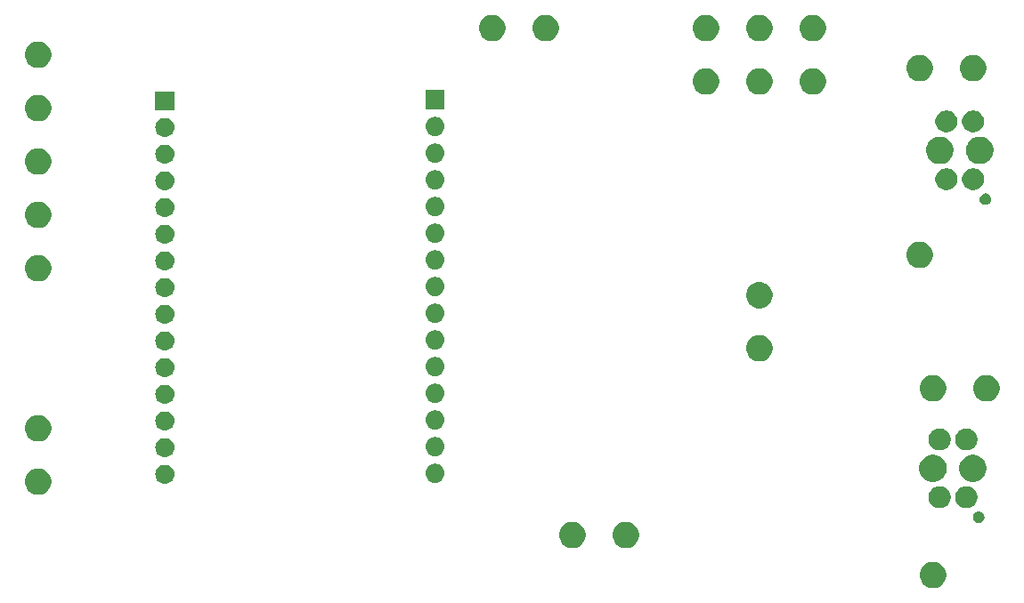
<source format=gbr>
G04 #@! TF.GenerationSoftware,KiCad,Pcbnew,(5.1.0)-1*
G04 #@! TF.CreationDate,2019-07-09T21:44:00+02:00*
G04 #@! TF.ProjectId,PP,50502e6b-6963-4616-945f-706362585858,rev?*
G04 #@! TF.SameCoordinates,Original*
G04 #@! TF.FileFunction,Soldermask,Bot*
G04 #@! TF.FilePolarity,Negative*
%FSLAX46Y46*%
G04 Gerber Fmt 4.6, Leading zero omitted, Abs format (unit mm)*
G04 Created by KiCad (PCBNEW (5.1.0)-1) date 2019-07-09 21:44:00*
%MOMM*%
%LPD*%
G04 APERTURE LIST*
%ADD10C,0.100000*%
G04 APERTURE END LIST*
D10*
G36*
X128634903Y-73727075D02*
G01*
X128862571Y-73821378D01*
X129067466Y-73958285D01*
X129241715Y-74132534D01*
X129378622Y-74337429D01*
X129472925Y-74565097D01*
X129521000Y-74806787D01*
X129521000Y-75053213D01*
X129472925Y-75294903D01*
X129378622Y-75522571D01*
X129241715Y-75727466D01*
X129067466Y-75901715D01*
X128862571Y-76038622D01*
X128862570Y-76038623D01*
X128862569Y-76038623D01*
X128634903Y-76132925D01*
X128393214Y-76181000D01*
X128146786Y-76181000D01*
X127905097Y-76132925D01*
X127677431Y-76038623D01*
X127677430Y-76038623D01*
X127677429Y-76038622D01*
X127472534Y-75901715D01*
X127298285Y-75727466D01*
X127161378Y-75522571D01*
X127067075Y-75294903D01*
X127019000Y-75053213D01*
X127019000Y-74806787D01*
X127067075Y-74565097D01*
X127161378Y-74337429D01*
X127298285Y-74132534D01*
X127472534Y-73958285D01*
X127677429Y-73821378D01*
X127905097Y-73727075D01*
X128146786Y-73679000D01*
X128393214Y-73679000D01*
X128634903Y-73727075D01*
X128634903Y-73727075D01*
G37*
G36*
X99380738Y-69908290D02*
G01*
X99424903Y-69917075D01*
X99652571Y-70011378D01*
X99857466Y-70148285D01*
X100031715Y-70322534D01*
X100168622Y-70527429D01*
X100262925Y-70755097D01*
X100311000Y-70996787D01*
X100311000Y-71243213D01*
X100262925Y-71484903D01*
X100168622Y-71712571D01*
X100031715Y-71917466D01*
X99857466Y-72091715D01*
X99652571Y-72228622D01*
X99652570Y-72228623D01*
X99652569Y-72228623D01*
X99424903Y-72322925D01*
X99183214Y-72371000D01*
X98936786Y-72371000D01*
X98695097Y-72322925D01*
X98467431Y-72228623D01*
X98467430Y-72228623D01*
X98467429Y-72228622D01*
X98262534Y-72091715D01*
X98088285Y-71917466D01*
X97951378Y-71712571D01*
X97857075Y-71484903D01*
X97809000Y-71243213D01*
X97809000Y-70996787D01*
X97857075Y-70755097D01*
X97951378Y-70527429D01*
X98088285Y-70322534D01*
X98262534Y-70148285D01*
X98467429Y-70011378D01*
X98695097Y-69917075D01*
X98739262Y-69908290D01*
X98936786Y-69869000D01*
X99183214Y-69869000D01*
X99380738Y-69908290D01*
X99380738Y-69908290D01*
G37*
G36*
X94300738Y-69908290D02*
G01*
X94344903Y-69917075D01*
X94572571Y-70011378D01*
X94777466Y-70148285D01*
X94951715Y-70322534D01*
X95088622Y-70527429D01*
X95182925Y-70755097D01*
X95231000Y-70996787D01*
X95231000Y-71243213D01*
X95182925Y-71484903D01*
X95088622Y-71712571D01*
X94951715Y-71917466D01*
X94777466Y-72091715D01*
X94572571Y-72228622D01*
X94572570Y-72228623D01*
X94572569Y-72228623D01*
X94344903Y-72322925D01*
X94103214Y-72371000D01*
X93856786Y-72371000D01*
X93615097Y-72322925D01*
X93387431Y-72228623D01*
X93387430Y-72228623D01*
X93387429Y-72228622D01*
X93182534Y-72091715D01*
X93008285Y-71917466D01*
X92871378Y-71712571D01*
X92777075Y-71484903D01*
X92729000Y-71243213D01*
X92729000Y-70996787D01*
X92777075Y-70755097D01*
X92871378Y-70527429D01*
X93008285Y-70322534D01*
X93182534Y-70148285D01*
X93387429Y-70011378D01*
X93615097Y-69917075D01*
X93659262Y-69908290D01*
X93856786Y-69869000D01*
X94103214Y-69869000D01*
X94300738Y-69908290D01*
X94300738Y-69908290D01*
G37*
G36*
X132780721Y-68890174D02*
G01*
X132880995Y-68931709D01*
X132880996Y-68931710D01*
X132971242Y-68992010D01*
X133047990Y-69068758D01*
X133047991Y-69068760D01*
X133108291Y-69159005D01*
X133149826Y-69259279D01*
X133171000Y-69365730D01*
X133171000Y-69474270D01*
X133149826Y-69580721D01*
X133108291Y-69680995D01*
X133108290Y-69680996D01*
X133047990Y-69771242D01*
X132971242Y-69847990D01*
X132939798Y-69869000D01*
X132880995Y-69908291D01*
X132780721Y-69949826D01*
X132674270Y-69971000D01*
X132565730Y-69971000D01*
X132459279Y-69949826D01*
X132359005Y-69908291D01*
X132300202Y-69869000D01*
X132268758Y-69847990D01*
X132192010Y-69771242D01*
X132131710Y-69680996D01*
X132131709Y-69680995D01*
X132090174Y-69580721D01*
X132069000Y-69474270D01*
X132069000Y-69365730D01*
X132090174Y-69259279D01*
X132131709Y-69159005D01*
X132192009Y-69068760D01*
X132192010Y-69068758D01*
X132268758Y-68992010D01*
X132359004Y-68931710D01*
X132359005Y-68931709D01*
X132459279Y-68890174D01*
X132565730Y-68869000D01*
X132674270Y-68869000D01*
X132780721Y-68890174D01*
X132780721Y-68890174D01*
G37*
G36*
X129206564Y-66509389D02*
G01*
X129397833Y-66588615D01*
X129397835Y-66588616D01*
X129569973Y-66703635D01*
X129716365Y-66850027D01*
X129824402Y-67011715D01*
X129831385Y-67022167D01*
X129910611Y-67213436D01*
X129951000Y-67416484D01*
X129951000Y-67623516D01*
X129910611Y-67826564D01*
X129831385Y-68017833D01*
X129831384Y-68017835D01*
X129716365Y-68189973D01*
X129569973Y-68336365D01*
X129397835Y-68451384D01*
X129397834Y-68451385D01*
X129397833Y-68451385D01*
X129206564Y-68530611D01*
X129003516Y-68571000D01*
X128796484Y-68571000D01*
X128593436Y-68530611D01*
X128402167Y-68451385D01*
X128402166Y-68451385D01*
X128402165Y-68451384D01*
X128230027Y-68336365D01*
X128083635Y-68189973D01*
X127968616Y-68017835D01*
X127968615Y-68017833D01*
X127889389Y-67826564D01*
X127849000Y-67623516D01*
X127849000Y-67416484D01*
X127889389Y-67213436D01*
X127968615Y-67022167D01*
X127975599Y-67011715D01*
X128083635Y-66850027D01*
X128230027Y-66703635D01*
X128402165Y-66588616D01*
X128402167Y-66588615D01*
X128593436Y-66509389D01*
X128796484Y-66469000D01*
X129003516Y-66469000D01*
X129206564Y-66509389D01*
X129206564Y-66509389D01*
G37*
G36*
X131746564Y-66509389D02*
G01*
X131937833Y-66588615D01*
X131937835Y-66588616D01*
X132109973Y-66703635D01*
X132256365Y-66850027D01*
X132364402Y-67011715D01*
X132371385Y-67022167D01*
X132450611Y-67213436D01*
X132491000Y-67416484D01*
X132491000Y-67623516D01*
X132450611Y-67826564D01*
X132371385Y-68017833D01*
X132371384Y-68017835D01*
X132256365Y-68189973D01*
X132109973Y-68336365D01*
X131937835Y-68451384D01*
X131937834Y-68451385D01*
X131937833Y-68451385D01*
X131746564Y-68530611D01*
X131543516Y-68571000D01*
X131336484Y-68571000D01*
X131133436Y-68530611D01*
X130942167Y-68451385D01*
X130942166Y-68451385D01*
X130942165Y-68451384D01*
X130770027Y-68336365D01*
X130623635Y-68189973D01*
X130508616Y-68017835D01*
X130508615Y-68017833D01*
X130429389Y-67826564D01*
X130389000Y-67623516D01*
X130389000Y-67416484D01*
X130429389Y-67213436D01*
X130508615Y-67022167D01*
X130515599Y-67011715D01*
X130623635Y-66850027D01*
X130770027Y-66703635D01*
X130942165Y-66588616D01*
X130942167Y-66588615D01*
X131133436Y-66509389D01*
X131336484Y-66469000D01*
X131543516Y-66469000D01*
X131746564Y-66509389D01*
X131746564Y-66509389D01*
G37*
G36*
X43544903Y-64837075D02*
G01*
X43681208Y-64893534D01*
X43772571Y-64931378D01*
X43977466Y-65068285D01*
X44151715Y-65242534D01*
X44288622Y-65447429D01*
X44288623Y-65447431D01*
X44382925Y-65675097D01*
X44431000Y-65916786D01*
X44431000Y-66163214D01*
X44415527Y-66241000D01*
X44382925Y-66404903D01*
X44288622Y-66632571D01*
X44151715Y-66837466D01*
X43977466Y-67011715D01*
X43772571Y-67148622D01*
X43772570Y-67148623D01*
X43772569Y-67148623D01*
X43544903Y-67242925D01*
X43303214Y-67291000D01*
X43056786Y-67291000D01*
X42815097Y-67242925D01*
X42587431Y-67148623D01*
X42587430Y-67148623D01*
X42587429Y-67148622D01*
X42382534Y-67011715D01*
X42208285Y-66837466D01*
X42071378Y-66632571D01*
X41977075Y-66404903D01*
X41944473Y-66241000D01*
X41929000Y-66163214D01*
X41929000Y-65916786D01*
X41977075Y-65675097D01*
X42071377Y-65447431D01*
X42071378Y-65447429D01*
X42208285Y-65242534D01*
X42382534Y-65068285D01*
X42587429Y-64931378D01*
X42678793Y-64893534D01*
X42815097Y-64837075D01*
X43056786Y-64789000D01*
X43303214Y-64789000D01*
X43544903Y-64837075D01*
X43544903Y-64837075D01*
G37*
G36*
X55335442Y-64445519D02*
G01*
X55401626Y-64452037D01*
X55571465Y-64503557D01*
X55727990Y-64587222D01*
X55763728Y-64616552D01*
X55865185Y-64699814D01*
X55938377Y-64789000D01*
X55977777Y-64837009D01*
X56061442Y-64993534D01*
X56112962Y-65163373D01*
X56130358Y-65340000D01*
X56112962Y-65516627D01*
X56061442Y-65686466D01*
X55977777Y-65842991D01*
X55948447Y-65878729D01*
X55865185Y-65980186D01*
X55763728Y-66063448D01*
X55727990Y-66092778D01*
X55571465Y-66176443D01*
X55401626Y-66227963D01*
X55335442Y-66234481D01*
X55269259Y-66241000D01*
X55180739Y-66241000D01*
X55114556Y-66234481D01*
X55048372Y-66227963D01*
X54878533Y-66176443D01*
X54722008Y-66092778D01*
X54686270Y-66063448D01*
X54584813Y-65980186D01*
X54501551Y-65878729D01*
X54472221Y-65842991D01*
X54388556Y-65686466D01*
X54337036Y-65516627D01*
X54319640Y-65340000D01*
X54337036Y-65163373D01*
X54388556Y-64993534D01*
X54472221Y-64837009D01*
X54511621Y-64789000D01*
X54584813Y-64699814D01*
X54686270Y-64616552D01*
X54722008Y-64587222D01*
X54878533Y-64503557D01*
X55048372Y-64452037D01*
X55114556Y-64445519D01*
X55180739Y-64439000D01*
X55269259Y-64439000D01*
X55335442Y-64445519D01*
X55335442Y-64445519D01*
G37*
G36*
X81035442Y-64345519D02*
G01*
X81101626Y-64352037D01*
X81271465Y-64403557D01*
X81427990Y-64487222D01*
X81447894Y-64503557D01*
X81565185Y-64599814D01*
X81647252Y-64699814D01*
X81677777Y-64737009D01*
X81761442Y-64893534D01*
X81812962Y-65063373D01*
X81830358Y-65240000D01*
X81812962Y-65416627D01*
X81761442Y-65586466D01*
X81677777Y-65742991D01*
X81648447Y-65778729D01*
X81565185Y-65880186D01*
X81463728Y-65963448D01*
X81427990Y-65992778D01*
X81271465Y-66076443D01*
X81101626Y-66127963D01*
X81035441Y-66134482D01*
X80969259Y-66141000D01*
X80880739Y-66141000D01*
X80814557Y-66134482D01*
X80748372Y-66127963D01*
X80578533Y-66076443D01*
X80422008Y-65992778D01*
X80386270Y-65963448D01*
X80284813Y-65880186D01*
X80201551Y-65778729D01*
X80172221Y-65742991D01*
X80088556Y-65586466D01*
X80037036Y-65416627D01*
X80019640Y-65240000D01*
X80037036Y-65063373D01*
X80088556Y-64893534D01*
X80172221Y-64737009D01*
X80202746Y-64699814D01*
X80284813Y-64599814D01*
X80402104Y-64503557D01*
X80422008Y-64487222D01*
X80578533Y-64403557D01*
X80748372Y-64352037D01*
X80814556Y-64345519D01*
X80880739Y-64339000D01*
X80969259Y-64339000D01*
X81035442Y-64345519D01*
X81035442Y-64345519D01*
G37*
G36*
X132449487Y-63518996D02*
G01*
X132686253Y-63617068D01*
X132686255Y-63617069D01*
X132811867Y-63701000D01*
X132899339Y-63759447D01*
X133080553Y-63940661D01*
X133222932Y-64153747D01*
X133321004Y-64390513D01*
X133371000Y-64641861D01*
X133371000Y-64898139D01*
X133321004Y-65149487D01*
X133222932Y-65386253D01*
X133222931Y-65386255D01*
X133080553Y-65599339D01*
X132899339Y-65780553D01*
X132686255Y-65922931D01*
X132686254Y-65922932D01*
X132686253Y-65922932D01*
X132449487Y-66021004D01*
X132198139Y-66071000D01*
X131941861Y-66071000D01*
X131690513Y-66021004D01*
X131453747Y-65922932D01*
X131453746Y-65922932D01*
X131453745Y-65922931D01*
X131240661Y-65780553D01*
X131059447Y-65599339D01*
X130917069Y-65386255D01*
X130917068Y-65386253D01*
X130818996Y-65149487D01*
X130769000Y-64898139D01*
X130769000Y-64641861D01*
X130818996Y-64390513D01*
X130917068Y-64153747D01*
X131059447Y-63940661D01*
X131240661Y-63759447D01*
X131328133Y-63701000D01*
X131453745Y-63617069D01*
X131453747Y-63617068D01*
X131690513Y-63518996D01*
X131941861Y-63469000D01*
X132198139Y-63469000D01*
X132449487Y-63518996D01*
X132449487Y-63518996D01*
G37*
G36*
X128649487Y-63518996D02*
G01*
X128886253Y-63617068D01*
X128886255Y-63617069D01*
X129011867Y-63701000D01*
X129099339Y-63759447D01*
X129280553Y-63940661D01*
X129422932Y-64153747D01*
X129521004Y-64390513D01*
X129571000Y-64641861D01*
X129571000Y-64898139D01*
X129521004Y-65149487D01*
X129422932Y-65386253D01*
X129422931Y-65386255D01*
X129280553Y-65599339D01*
X129099339Y-65780553D01*
X128886255Y-65922931D01*
X128886254Y-65922932D01*
X128886253Y-65922932D01*
X128649487Y-66021004D01*
X128398139Y-66071000D01*
X128141861Y-66071000D01*
X127890513Y-66021004D01*
X127653747Y-65922932D01*
X127653746Y-65922932D01*
X127653745Y-65922931D01*
X127440661Y-65780553D01*
X127259447Y-65599339D01*
X127117069Y-65386255D01*
X127117068Y-65386253D01*
X127018996Y-65149487D01*
X126969000Y-64898139D01*
X126969000Y-64641861D01*
X127018996Y-64390513D01*
X127117068Y-64153747D01*
X127259447Y-63940661D01*
X127440661Y-63759447D01*
X127528133Y-63701000D01*
X127653745Y-63617069D01*
X127653747Y-63617068D01*
X127890513Y-63518996D01*
X128141861Y-63469000D01*
X128398139Y-63469000D01*
X128649487Y-63518996D01*
X128649487Y-63518996D01*
G37*
G36*
X55335441Y-61905518D02*
G01*
X55401626Y-61912037D01*
X55571465Y-61963557D01*
X55727990Y-62047222D01*
X55754066Y-62068622D01*
X55865185Y-62159814D01*
X55948447Y-62261271D01*
X55977777Y-62297009D01*
X56061442Y-62453534D01*
X56112962Y-62623373D01*
X56130358Y-62800000D01*
X56112962Y-62976627D01*
X56061442Y-63146466D01*
X55977777Y-63302991D01*
X55948447Y-63338729D01*
X55865185Y-63440186D01*
X55769153Y-63518996D01*
X55727990Y-63552778D01*
X55571465Y-63636443D01*
X55401626Y-63687963D01*
X55335441Y-63694482D01*
X55269259Y-63701000D01*
X55180739Y-63701000D01*
X55114557Y-63694482D01*
X55048372Y-63687963D01*
X54878533Y-63636443D01*
X54722008Y-63552778D01*
X54680845Y-63518996D01*
X54584813Y-63440186D01*
X54501551Y-63338729D01*
X54472221Y-63302991D01*
X54388556Y-63146466D01*
X54337036Y-62976627D01*
X54319640Y-62800000D01*
X54337036Y-62623373D01*
X54388556Y-62453534D01*
X54472221Y-62297009D01*
X54501551Y-62261271D01*
X54584813Y-62159814D01*
X54695932Y-62068622D01*
X54722008Y-62047222D01*
X54878533Y-61963557D01*
X55048372Y-61912037D01*
X55114557Y-61905518D01*
X55180739Y-61899000D01*
X55269259Y-61899000D01*
X55335441Y-61905518D01*
X55335441Y-61905518D01*
G37*
G36*
X81035441Y-61805518D02*
G01*
X81101626Y-61812037D01*
X81271465Y-61863557D01*
X81427990Y-61947222D01*
X81447894Y-61963557D01*
X81565185Y-62059814D01*
X81647252Y-62159814D01*
X81677777Y-62197009D01*
X81761442Y-62353534D01*
X81812962Y-62523373D01*
X81830358Y-62700000D01*
X81812962Y-62876627D01*
X81761442Y-63046466D01*
X81677777Y-63202991D01*
X81648447Y-63238729D01*
X81565185Y-63340186D01*
X81463728Y-63423448D01*
X81427990Y-63452778D01*
X81271465Y-63536443D01*
X81101626Y-63587963D01*
X81035442Y-63594481D01*
X80969259Y-63601000D01*
X80880739Y-63601000D01*
X80814556Y-63594481D01*
X80748372Y-63587963D01*
X80578533Y-63536443D01*
X80422008Y-63452778D01*
X80386270Y-63423448D01*
X80284813Y-63340186D01*
X80201551Y-63238729D01*
X80172221Y-63202991D01*
X80088556Y-63046466D01*
X80037036Y-62876627D01*
X80019640Y-62700000D01*
X80037036Y-62523373D01*
X80088556Y-62353534D01*
X80172221Y-62197009D01*
X80202746Y-62159814D01*
X80284813Y-62059814D01*
X80402104Y-61963557D01*
X80422008Y-61947222D01*
X80578533Y-61863557D01*
X80748372Y-61812037D01*
X80814557Y-61805518D01*
X80880739Y-61799000D01*
X80969259Y-61799000D01*
X81035441Y-61805518D01*
X81035441Y-61805518D01*
G37*
G36*
X129206564Y-61009389D02*
G01*
X129397833Y-61088615D01*
X129397835Y-61088616D01*
X129486654Y-61147963D01*
X129569973Y-61203635D01*
X129716365Y-61350027D01*
X129831385Y-61522167D01*
X129910611Y-61713436D01*
X129951000Y-61916484D01*
X129951000Y-62123516D01*
X129910611Y-62326564D01*
X129858019Y-62453532D01*
X129831384Y-62517835D01*
X129716365Y-62689973D01*
X129569973Y-62836365D01*
X129397835Y-62951384D01*
X129397834Y-62951385D01*
X129397833Y-62951385D01*
X129206564Y-63030611D01*
X129003516Y-63071000D01*
X128796484Y-63071000D01*
X128593436Y-63030611D01*
X128402167Y-62951385D01*
X128402166Y-62951385D01*
X128402165Y-62951384D01*
X128230027Y-62836365D01*
X128083635Y-62689973D01*
X127968616Y-62517835D01*
X127941981Y-62453532D01*
X127889389Y-62326564D01*
X127849000Y-62123516D01*
X127849000Y-61916484D01*
X127889389Y-61713436D01*
X127968615Y-61522167D01*
X128083635Y-61350027D01*
X128230027Y-61203635D01*
X128313346Y-61147963D01*
X128402165Y-61088616D01*
X128402167Y-61088615D01*
X128593436Y-61009389D01*
X128796484Y-60969000D01*
X129003516Y-60969000D01*
X129206564Y-61009389D01*
X129206564Y-61009389D01*
G37*
G36*
X131746564Y-61009389D02*
G01*
X131937833Y-61088615D01*
X131937835Y-61088616D01*
X132026654Y-61147963D01*
X132109973Y-61203635D01*
X132256365Y-61350027D01*
X132371385Y-61522167D01*
X132450611Y-61713436D01*
X132491000Y-61916484D01*
X132491000Y-62123516D01*
X132450611Y-62326564D01*
X132398019Y-62453532D01*
X132371384Y-62517835D01*
X132256365Y-62689973D01*
X132109973Y-62836365D01*
X131937835Y-62951384D01*
X131937834Y-62951385D01*
X131937833Y-62951385D01*
X131746564Y-63030611D01*
X131543516Y-63071000D01*
X131336484Y-63071000D01*
X131133436Y-63030611D01*
X130942167Y-62951385D01*
X130942166Y-62951385D01*
X130942165Y-62951384D01*
X130770027Y-62836365D01*
X130623635Y-62689973D01*
X130508616Y-62517835D01*
X130481981Y-62453532D01*
X130429389Y-62326564D01*
X130389000Y-62123516D01*
X130389000Y-61916484D01*
X130429389Y-61713436D01*
X130508615Y-61522167D01*
X130623635Y-61350027D01*
X130770027Y-61203635D01*
X130853346Y-61147963D01*
X130942165Y-61088616D01*
X130942167Y-61088615D01*
X131133436Y-61009389D01*
X131336484Y-60969000D01*
X131543516Y-60969000D01*
X131746564Y-61009389D01*
X131746564Y-61009389D01*
G37*
G36*
X43544903Y-59757075D02*
G01*
X43681208Y-59813534D01*
X43772571Y-59851378D01*
X43977466Y-59988285D01*
X44151715Y-60162534D01*
X44288622Y-60367429D01*
X44288623Y-60367431D01*
X44382925Y-60595097D01*
X44431000Y-60836786D01*
X44431000Y-61083214D01*
X44415527Y-61161000D01*
X44382925Y-61324903D01*
X44288622Y-61552571D01*
X44151715Y-61757466D01*
X43977466Y-61931715D01*
X43772571Y-62068622D01*
X43772570Y-62068623D01*
X43772569Y-62068623D01*
X43544903Y-62162925D01*
X43303214Y-62211000D01*
X43056786Y-62211000D01*
X42815097Y-62162925D01*
X42587431Y-62068623D01*
X42587430Y-62068623D01*
X42587429Y-62068622D01*
X42382534Y-61931715D01*
X42208285Y-61757466D01*
X42071378Y-61552571D01*
X41977075Y-61324903D01*
X41944473Y-61161000D01*
X41929000Y-61083214D01*
X41929000Y-60836786D01*
X41977075Y-60595097D01*
X42071377Y-60367431D01*
X42071378Y-60367429D01*
X42208285Y-60162534D01*
X42382534Y-59988285D01*
X42587429Y-59851378D01*
X42678793Y-59813534D01*
X42815097Y-59757075D01*
X43056786Y-59709000D01*
X43303214Y-59709000D01*
X43544903Y-59757075D01*
X43544903Y-59757075D01*
G37*
G36*
X55335442Y-59365519D02*
G01*
X55401626Y-59372037D01*
X55571465Y-59423557D01*
X55727990Y-59507222D01*
X55763728Y-59536552D01*
X55865185Y-59619814D01*
X55938377Y-59709000D01*
X55977777Y-59757009D01*
X56061442Y-59913534D01*
X56112962Y-60083373D01*
X56130358Y-60260000D01*
X56112962Y-60436627D01*
X56061442Y-60606466D01*
X55977777Y-60762991D01*
X55948447Y-60798729D01*
X55865185Y-60900186D01*
X55763728Y-60983448D01*
X55727990Y-61012778D01*
X55571465Y-61096443D01*
X55401626Y-61147963D01*
X55335442Y-61154481D01*
X55269259Y-61161000D01*
X55180739Y-61161000D01*
X55114556Y-61154481D01*
X55048372Y-61147963D01*
X54878533Y-61096443D01*
X54722008Y-61012778D01*
X54686270Y-60983448D01*
X54584813Y-60900186D01*
X54501551Y-60798729D01*
X54472221Y-60762991D01*
X54388556Y-60606466D01*
X54337036Y-60436627D01*
X54319640Y-60260000D01*
X54337036Y-60083373D01*
X54388556Y-59913534D01*
X54472221Y-59757009D01*
X54511621Y-59709000D01*
X54584813Y-59619814D01*
X54686270Y-59536552D01*
X54722008Y-59507222D01*
X54878533Y-59423557D01*
X55048372Y-59372037D01*
X55114556Y-59365519D01*
X55180739Y-59359000D01*
X55269259Y-59359000D01*
X55335442Y-59365519D01*
X55335442Y-59365519D01*
G37*
G36*
X81035441Y-59265518D02*
G01*
X81101626Y-59272037D01*
X81271465Y-59323557D01*
X81427990Y-59407222D01*
X81447894Y-59423557D01*
X81565185Y-59519814D01*
X81647252Y-59619814D01*
X81677777Y-59657009D01*
X81761442Y-59813534D01*
X81812962Y-59983373D01*
X81830358Y-60160000D01*
X81812962Y-60336627D01*
X81761442Y-60506466D01*
X81677777Y-60662991D01*
X81648447Y-60698729D01*
X81565185Y-60800186D01*
X81463728Y-60883448D01*
X81427990Y-60912778D01*
X81271465Y-60996443D01*
X81101626Y-61047963D01*
X81035442Y-61054481D01*
X80969259Y-61061000D01*
X80880739Y-61061000D01*
X80814556Y-61054481D01*
X80748372Y-61047963D01*
X80578533Y-60996443D01*
X80422008Y-60912778D01*
X80386270Y-60883448D01*
X80284813Y-60800186D01*
X80201551Y-60698729D01*
X80172221Y-60662991D01*
X80088556Y-60506466D01*
X80037036Y-60336627D01*
X80019640Y-60160000D01*
X80037036Y-59983373D01*
X80088556Y-59813534D01*
X80172221Y-59657009D01*
X80202746Y-59619814D01*
X80284813Y-59519814D01*
X80402104Y-59423557D01*
X80422008Y-59407222D01*
X80578533Y-59323557D01*
X80748372Y-59272037D01*
X80814557Y-59265518D01*
X80880739Y-59259000D01*
X80969259Y-59259000D01*
X81035441Y-59265518D01*
X81035441Y-59265518D01*
G37*
G36*
X55335441Y-56825518D02*
G01*
X55401626Y-56832037D01*
X55571465Y-56883557D01*
X55727990Y-56967222D01*
X55763728Y-56996552D01*
X55865185Y-57079814D01*
X55948447Y-57181271D01*
X55977777Y-57217009D01*
X56061442Y-57373534D01*
X56112962Y-57543373D01*
X56130358Y-57720000D01*
X56112962Y-57896627D01*
X56061442Y-58066466D01*
X55977777Y-58222991D01*
X55948535Y-58258622D01*
X55865185Y-58360186D01*
X55763728Y-58443448D01*
X55727990Y-58472778D01*
X55571465Y-58556443D01*
X55401626Y-58607963D01*
X55335442Y-58614481D01*
X55269259Y-58621000D01*
X55180739Y-58621000D01*
X55114556Y-58614481D01*
X55048372Y-58607963D01*
X54878533Y-58556443D01*
X54722008Y-58472778D01*
X54686270Y-58443448D01*
X54584813Y-58360186D01*
X54501463Y-58258622D01*
X54472221Y-58222991D01*
X54388556Y-58066466D01*
X54337036Y-57896627D01*
X54319640Y-57720000D01*
X54337036Y-57543373D01*
X54388556Y-57373534D01*
X54472221Y-57217009D01*
X54501551Y-57181271D01*
X54584813Y-57079814D01*
X54686270Y-56996552D01*
X54722008Y-56967222D01*
X54878533Y-56883557D01*
X55048372Y-56832037D01*
X55114557Y-56825518D01*
X55180739Y-56819000D01*
X55269259Y-56819000D01*
X55335441Y-56825518D01*
X55335441Y-56825518D01*
G37*
G36*
X81035442Y-56725519D02*
G01*
X81101626Y-56732037D01*
X81271465Y-56783557D01*
X81427990Y-56867222D01*
X81447894Y-56883557D01*
X81565185Y-56979814D01*
X81647252Y-57079814D01*
X81677777Y-57117009D01*
X81761442Y-57273534D01*
X81812962Y-57443373D01*
X81830358Y-57620000D01*
X81812962Y-57796627D01*
X81761442Y-57966466D01*
X81677777Y-58122991D01*
X81648447Y-58158729D01*
X81565185Y-58260186D01*
X81463728Y-58343448D01*
X81427990Y-58372778D01*
X81271465Y-58456443D01*
X81101626Y-58507963D01*
X81035442Y-58514481D01*
X80969259Y-58521000D01*
X80880739Y-58521000D01*
X80814556Y-58514481D01*
X80748372Y-58507963D01*
X80578533Y-58456443D01*
X80422008Y-58372778D01*
X80386270Y-58343448D01*
X80284813Y-58260186D01*
X80201551Y-58158729D01*
X80172221Y-58122991D01*
X80088556Y-57966466D01*
X80037036Y-57796627D01*
X80019640Y-57620000D01*
X80037036Y-57443373D01*
X80088556Y-57273534D01*
X80172221Y-57117009D01*
X80202746Y-57079814D01*
X80284813Y-56979814D01*
X80402104Y-56883557D01*
X80422008Y-56867222D01*
X80578533Y-56783557D01*
X80748372Y-56732037D01*
X80814556Y-56725519D01*
X80880739Y-56719000D01*
X80969259Y-56719000D01*
X81035442Y-56725519D01*
X81035442Y-56725519D01*
G37*
G36*
X128634903Y-55947075D02*
G01*
X128802373Y-56016443D01*
X128862571Y-56041378D01*
X129067466Y-56178285D01*
X129241715Y-56352534D01*
X129241716Y-56352536D01*
X129378623Y-56557431D01*
X129472925Y-56785097D01*
X129521000Y-57026786D01*
X129521000Y-57273214D01*
X129472925Y-57514903D01*
X129429393Y-57620000D01*
X129378622Y-57742571D01*
X129241715Y-57947466D01*
X129067466Y-58121715D01*
X128862571Y-58258622D01*
X128862570Y-58258623D01*
X128862569Y-58258623D01*
X128634903Y-58352925D01*
X128393214Y-58401000D01*
X128146786Y-58401000D01*
X127905097Y-58352925D01*
X127677431Y-58258623D01*
X127677430Y-58258623D01*
X127677429Y-58258622D01*
X127472534Y-58121715D01*
X127298285Y-57947466D01*
X127161378Y-57742571D01*
X127110608Y-57620000D01*
X127067075Y-57514903D01*
X127019000Y-57273214D01*
X127019000Y-57026786D01*
X127067075Y-56785097D01*
X127161377Y-56557431D01*
X127298284Y-56352536D01*
X127298285Y-56352534D01*
X127472534Y-56178285D01*
X127677429Y-56041378D01*
X127737628Y-56016443D01*
X127905097Y-55947075D01*
X128146786Y-55899000D01*
X128393214Y-55899000D01*
X128634903Y-55947075D01*
X128634903Y-55947075D01*
G37*
G36*
X133714903Y-55947075D02*
G01*
X133882373Y-56016443D01*
X133942571Y-56041378D01*
X134147466Y-56178285D01*
X134321715Y-56352534D01*
X134321716Y-56352536D01*
X134458623Y-56557431D01*
X134552925Y-56785097D01*
X134601000Y-57026786D01*
X134601000Y-57273214D01*
X134552925Y-57514903D01*
X134509393Y-57620000D01*
X134458622Y-57742571D01*
X134321715Y-57947466D01*
X134147466Y-58121715D01*
X133942571Y-58258622D01*
X133942570Y-58258623D01*
X133942569Y-58258623D01*
X133714903Y-58352925D01*
X133473214Y-58401000D01*
X133226786Y-58401000D01*
X132985097Y-58352925D01*
X132757431Y-58258623D01*
X132757430Y-58258623D01*
X132757429Y-58258622D01*
X132552534Y-58121715D01*
X132378285Y-57947466D01*
X132241378Y-57742571D01*
X132190608Y-57620000D01*
X132147075Y-57514903D01*
X132099000Y-57273214D01*
X132099000Y-57026786D01*
X132147075Y-56785097D01*
X132241377Y-56557431D01*
X132378284Y-56352536D01*
X132378285Y-56352534D01*
X132552534Y-56178285D01*
X132757429Y-56041378D01*
X132817628Y-56016443D01*
X132985097Y-55947075D01*
X133226786Y-55899000D01*
X133473214Y-55899000D01*
X133714903Y-55947075D01*
X133714903Y-55947075D01*
G37*
G36*
X55335442Y-54285519D02*
G01*
X55401626Y-54292037D01*
X55571465Y-54343557D01*
X55727990Y-54427222D01*
X55754066Y-54448622D01*
X55865185Y-54539814D01*
X55948447Y-54641271D01*
X55977777Y-54677009D01*
X56061442Y-54833534D01*
X56112962Y-55003373D01*
X56130358Y-55180000D01*
X56112962Y-55356627D01*
X56061442Y-55526466D01*
X55977777Y-55682991D01*
X55948447Y-55718729D01*
X55865185Y-55820186D01*
X55769148Y-55899000D01*
X55727990Y-55932778D01*
X55571465Y-56016443D01*
X55401626Y-56067963D01*
X55335441Y-56074482D01*
X55269259Y-56081000D01*
X55180739Y-56081000D01*
X55114557Y-56074482D01*
X55048372Y-56067963D01*
X54878533Y-56016443D01*
X54722008Y-55932778D01*
X54680850Y-55899000D01*
X54584813Y-55820186D01*
X54501551Y-55718729D01*
X54472221Y-55682991D01*
X54388556Y-55526466D01*
X54337036Y-55356627D01*
X54319640Y-55180000D01*
X54337036Y-55003373D01*
X54388556Y-54833534D01*
X54472221Y-54677009D01*
X54501551Y-54641271D01*
X54584813Y-54539814D01*
X54695932Y-54448622D01*
X54722008Y-54427222D01*
X54878533Y-54343557D01*
X55048372Y-54292037D01*
X55114556Y-54285519D01*
X55180739Y-54279000D01*
X55269259Y-54279000D01*
X55335442Y-54285519D01*
X55335442Y-54285519D01*
G37*
G36*
X81035442Y-54185519D02*
G01*
X81101626Y-54192037D01*
X81271465Y-54243557D01*
X81427990Y-54327222D01*
X81447894Y-54343557D01*
X81565185Y-54439814D01*
X81647252Y-54539814D01*
X81677777Y-54577009D01*
X81761442Y-54733534D01*
X81812962Y-54903373D01*
X81830358Y-55080000D01*
X81812962Y-55256627D01*
X81761442Y-55426466D01*
X81677777Y-55582991D01*
X81648447Y-55618729D01*
X81565185Y-55720186D01*
X81463728Y-55803448D01*
X81427990Y-55832778D01*
X81271465Y-55916443D01*
X81101626Y-55967963D01*
X81035441Y-55974482D01*
X80969259Y-55981000D01*
X80880739Y-55981000D01*
X80814557Y-55974482D01*
X80748372Y-55967963D01*
X80578533Y-55916443D01*
X80422008Y-55832778D01*
X80386270Y-55803448D01*
X80284813Y-55720186D01*
X80201551Y-55618729D01*
X80172221Y-55582991D01*
X80088556Y-55426466D01*
X80037036Y-55256627D01*
X80019640Y-55080000D01*
X80037036Y-54903373D01*
X80088556Y-54733534D01*
X80172221Y-54577009D01*
X80202746Y-54539814D01*
X80284813Y-54439814D01*
X80402104Y-54343557D01*
X80422008Y-54327222D01*
X80578533Y-54243557D01*
X80748372Y-54192037D01*
X80814556Y-54185519D01*
X80880739Y-54179000D01*
X80969259Y-54179000D01*
X81035442Y-54185519D01*
X81035442Y-54185519D01*
G37*
G36*
X112124903Y-52137075D02*
G01*
X112261208Y-52193534D01*
X112352571Y-52231378D01*
X112557466Y-52368285D01*
X112731715Y-52542534D01*
X112868622Y-52747429D01*
X112868623Y-52747431D01*
X112962925Y-52975097D01*
X113011000Y-53216786D01*
X113011000Y-53463214D01*
X112995527Y-53541000D01*
X112962925Y-53704903D01*
X112868622Y-53932571D01*
X112731715Y-54137466D01*
X112557466Y-54311715D01*
X112352571Y-54448622D01*
X112352570Y-54448623D01*
X112352569Y-54448623D01*
X112124903Y-54542925D01*
X111883214Y-54591000D01*
X111636786Y-54591000D01*
X111395097Y-54542925D01*
X111167431Y-54448623D01*
X111167430Y-54448623D01*
X111167429Y-54448622D01*
X110962534Y-54311715D01*
X110788285Y-54137466D01*
X110651378Y-53932571D01*
X110557075Y-53704903D01*
X110524473Y-53541000D01*
X110509000Y-53463214D01*
X110509000Y-53216786D01*
X110557075Y-52975097D01*
X110651377Y-52747431D01*
X110651378Y-52747429D01*
X110788285Y-52542534D01*
X110962534Y-52368285D01*
X111167429Y-52231378D01*
X111258793Y-52193534D01*
X111395097Y-52137075D01*
X111636786Y-52089000D01*
X111883214Y-52089000D01*
X112124903Y-52137075D01*
X112124903Y-52137075D01*
G37*
G36*
X55335442Y-51745519D02*
G01*
X55401626Y-51752037D01*
X55571465Y-51803557D01*
X55727990Y-51887222D01*
X55763728Y-51916552D01*
X55865185Y-51999814D01*
X55938377Y-52089000D01*
X55977777Y-52137009D01*
X56061442Y-52293534D01*
X56112962Y-52463373D01*
X56130358Y-52640000D01*
X56112962Y-52816627D01*
X56061442Y-52986466D01*
X55977777Y-53142991D01*
X55948447Y-53178729D01*
X55865185Y-53280186D01*
X55763728Y-53363448D01*
X55727990Y-53392778D01*
X55571465Y-53476443D01*
X55401626Y-53527963D01*
X55335441Y-53534482D01*
X55269259Y-53541000D01*
X55180739Y-53541000D01*
X55114557Y-53534482D01*
X55048372Y-53527963D01*
X54878533Y-53476443D01*
X54722008Y-53392778D01*
X54686270Y-53363448D01*
X54584813Y-53280186D01*
X54501551Y-53178729D01*
X54472221Y-53142991D01*
X54388556Y-52986466D01*
X54337036Y-52816627D01*
X54319640Y-52640000D01*
X54337036Y-52463373D01*
X54388556Y-52293534D01*
X54472221Y-52137009D01*
X54511621Y-52089000D01*
X54584813Y-51999814D01*
X54686270Y-51916552D01*
X54722008Y-51887222D01*
X54878533Y-51803557D01*
X55048372Y-51752037D01*
X55114556Y-51745519D01*
X55180739Y-51739000D01*
X55269259Y-51739000D01*
X55335442Y-51745519D01*
X55335442Y-51745519D01*
G37*
G36*
X81035442Y-51645519D02*
G01*
X81101626Y-51652037D01*
X81271465Y-51703557D01*
X81427990Y-51787222D01*
X81447894Y-51803557D01*
X81565185Y-51899814D01*
X81647252Y-51999814D01*
X81677777Y-52037009D01*
X81761442Y-52193534D01*
X81812962Y-52363373D01*
X81830358Y-52540000D01*
X81812962Y-52716627D01*
X81761442Y-52886466D01*
X81677777Y-53042991D01*
X81648447Y-53078729D01*
X81565185Y-53180186D01*
X81463728Y-53263448D01*
X81427990Y-53292778D01*
X81271465Y-53376443D01*
X81101626Y-53427963D01*
X81035442Y-53434481D01*
X80969259Y-53441000D01*
X80880739Y-53441000D01*
X80814556Y-53434481D01*
X80748372Y-53427963D01*
X80578533Y-53376443D01*
X80422008Y-53292778D01*
X80386270Y-53263448D01*
X80284813Y-53180186D01*
X80201551Y-53078729D01*
X80172221Y-53042991D01*
X80088556Y-52886466D01*
X80037036Y-52716627D01*
X80019640Y-52540000D01*
X80037036Y-52363373D01*
X80088556Y-52193534D01*
X80172221Y-52037009D01*
X80202746Y-51999814D01*
X80284813Y-51899814D01*
X80402104Y-51803557D01*
X80422008Y-51787222D01*
X80578533Y-51703557D01*
X80748372Y-51652037D01*
X80814556Y-51645519D01*
X80880739Y-51639000D01*
X80969259Y-51639000D01*
X81035442Y-51645519D01*
X81035442Y-51645519D01*
G37*
G36*
X55335442Y-49205519D02*
G01*
X55401626Y-49212037D01*
X55571465Y-49263557D01*
X55727990Y-49347222D01*
X55763728Y-49376552D01*
X55865185Y-49459814D01*
X55948447Y-49561271D01*
X55977777Y-49597009D01*
X56061442Y-49753534D01*
X56112962Y-49923373D01*
X56130358Y-50100000D01*
X56112962Y-50276627D01*
X56061442Y-50446466D01*
X55977777Y-50602991D01*
X55948447Y-50638729D01*
X55865185Y-50740186D01*
X55763728Y-50823448D01*
X55727990Y-50852778D01*
X55571465Y-50936443D01*
X55401626Y-50987963D01*
X55335442Y-50994481D01*
X55269259Y-51001000D01*
X55180739Y-51001000D01*
X55114556Y-50994481D01*
X55048372Y-50987963D01*
X54878533Y-50936443D01*
X54722008Y-50852778D01*
X54686270Y-50823448D01*
X54584813Y-50740186D01*
X54501551Y-50638729D01*
X54472221Y-50602991D01*
X54388556Y-50446466D01*
X54337036Y-50276627D01*
X54319640Y-50100000D01*
X54337036Y-49923373D01*
X54388556Y-49753534D01*
X54472221Y-49597009D01*
X54501551Y-49561271D01*
X54584813Y-49459814D01*
X54686270Y-49376552D01*
X54722008Y-49347222D01*
X54878533Y-49263557D01*
X55048372Y-49212037D01*
X55114556Y-49205519D01*
X55180739Y-49199000D01*
X55269259Y-49199000D01*
X55335442Y-49205519D01*
X55335442Y-49205519D01*
G37*
G36*
X81035442Y-49105519D02*
G01*
X81101626Y-49112037D01*
X81271465Y-49163557D01*
X81427990Y-49247222D01*
X81447894Y-49263557D01*
X81565185Y-49359814D01*
X81647252Y-49459814D01*
X81677777Y-49497009D01*
X81761442Y-49653534D01*
X81812962Y-49823373D01*
X81830358Y-50000000D01*
X81812962Y-50176627D01*
X81761442Y-50346466D01*
X81677777Y-50502991D01*
X81648447Y-50538729D01*
X81565185Y-50640186D01*
X81463728Y-50723448D01*
X81427990Y-50752778D01*
X81271465Y-50836443D01*
X81101626Y-50887963D01*
X81035442Y-50894481D01*
X80969259Y-50901000D01*
X80880739Y-50901000D01*
X80814556Y-50894481D01*
X80748372Y-50887963D01*
X80578533Y-50836443D01*
X80422008Y-50752778D01*
X80386270Y-50723448D01*
X80284813Y-50640186D01*
X80201551Y-50538729D01*
X80172221Y-50502991D01*
X80088556Y-50346466D01*
X80037036Y-50176627D01*
X80019640Y-50000000D01*
X80037036Y-49823373D01*
X80088556Y-49653534D01*
X80172221Y-49497009D01*
X80202746Y-49459814D01*
X80284813Y-49359814D01*
X80402104Y-49263557D01*
X80422008Y-49247222D01*
X80578533Y-49163557D01*
X80748372Y-49112037D01*
X80814556Y-49105519D01*
X80880739Y-49099000D01*
X80969259Y-49099000D01*
X81035442Y-49105519D01*
X81035442Y-49105519D01*
G37*
G36*
X111973751Y-47057009D02*
G01*
X112124903Y-47087075D01*
X112352571Y-47181378D01*
X112557466Y-47318285D01*
X112731715Y-47492534D01*
X112827994Y-47636625D01*
X112868623Y-47697431D01*
X112884858Y-47736627D01*
X112962925Y-47925097D01*
X113011000Y-48166787D01*
X113011000Y-48413213D01*
X112962925Y-48654903D01*
X112868622Y-48882571D01*
X112731715Y-49087466D01*
X112557466Y-49261715D01*
X112352571Y-49398622D01*
X112352570Y-49398623D01*
X112352569Y-49398623D01*
X112124903Y-49492925D01*
X111883214Y-49541000D01*
X111636786Y-49541000D01*
X111395097Y-49492925D01*
X111167431Y-49398623D01*
X111167430Y-49398623D01*
X111167429Y-49398622D01*
X110962534Y-49261715D01*
X110788285Y-49087466D01*
X110651378Y-48882571D01*
X110557075Y-48654903D01*
X110509000Y-48413213D01*
X110509000Y-48166787D01*
X110557075Y-47925097D01*
X110635142Y-47736627D01*
X110651377Y-47697431D01*
X110692006Y-47636625D01*
X110788285Y-47492534D01*
X110962534Y-47318285D01*
X111167429Y-47181378D01*
X111395097Y-47087075D01*
X111546249Y-47057009D01*
X111636786Y-47039000D01*
X111883214Y-47039000D01*
X111973751Y-47057009D01*
X111973751Y-47057009D01*
G37*
G36*
X55335442Y-46665519D02*
G01*
X55401626Y-46672037D01*
X55571465Y-46723557D01*
X55727990Y-46807222D01*
X55754066Y-46828622D01*
X55865185Y-46919814D01*
X55948447Y-47021271D01*
X55977777Y-47057009D01*
X56061442Y-47213534D01*
X56112962Y-47383373D01*
X56130358Y-47560000D01*
X56112962Y-47736627D01*
X56061442Y-47906466D01*
X55977777Y-48062991D01*
X55948447Y-48098729D01*
X55865185Y-48200186D01*
X55763728Y-48283448D01*
X55727990Y-48312778D01*
X55571465Y-48396443D01*
X55401626Y-48447963D01*
X55335442Y-48454481D01*
X55269259Y-48461000D01*
X55180739Y-48461000D01*
X55114556Y-48454481D01*
X55048372Y-48447963D01*
X54878533Y-48396443D01*
X54722008Y-48312778D01*
X54686270Y-48283448D01*
X54584813Y-48200186D01*
X54501551Y-48098729D01*
X54472221Y-48062991D01*
X54388556Y-47906466D01*
X54337036Y-47736627D01*
X54319640Y-47560000D01*
X54337036Y-47383373D01*
X54388556Y-47213534D01*
X54472221Y-47057009D01*
X54501551Y-47021271D01*
X54584813Y-46919814D01*
X54695932Y-46828622D01*
X54722008Y-46807222D01*
X54878533Y-46723557D01*
X55048372Y-46672037D01*
X55114556Y-46665519D01*
X55180739Y-46659000D01*
X55269259Y-46659000D01*
X55335442Y-46665519D01*
X55335442Y-46665519D01*
G37*
G36*
X81035442Y-46565519D02*
G01*
X81101626Y-46572037D01*
X81271465Y-46623557D01*
X81427990Y-46707222D01*
X81447894Y-46723557D01*
X81565185Y-46819814D01*
X81647252Y-46919814D01*
X81677777Y-46957009D01*
X81761442Y-47113534D01*
X81812962Y-47283373D01*
X81830358Y-47460000D01*
X81812962Y-47636627D01*
X81761442Y-47806466D01*
X81677777Y-47962991D01*
X81648447Y-47998729D01*
X81565185Y-48100186D01*
X81484031Y-48166786D01*
X81427990Y-48212778D01*
X81271465Y-48296443D01*
X81101626Y-48347963D01*
X81035442Y-48354481D01*
X80969259Y-48361000D01*
X80880739Y-48361000D01*
X80814557Y-48354482D01*
X80748372Y-48347963D01*
X80578533Y-48296443D01*
X80422008Y-48212778D01*
X80365967Y-48166786D01*
X80284813Y-48100186D01*
X80201551Y-47998729D01*
X80172221Y-47962991D01*
X80088556Y-47806466D01*
X80037036Y-47636627D01*
X80019640Y-47460000D01*
X80037036Y-47283373D01*
X80088556Y-47113534D01*
X80172221Y-46957009D01*
X80202746Y-46919814D01*
X80284813Y-46819814D01*
X80402104Y-46723557D01*
X80422008Y-46707222D01*
X80578533Y-46623557D01*
X80748372Y-46572037D01*
X80814556Y-46565519D01*
X80880739Y-46559000D01*
X80969259Y-46559000D01*
X81035442Y-46565519D01*
X81035442Y-46565519D01*
G37*
G36*
X43544903Y-44517075D02*
G01*
X43681208Y-44573534D01*
X43772571Y-44611378D01*
X43977466Y-44748285D01*
X44151715Y-44922534D01*
X44288622Y-45127429D01*
X44288623Y-45127431D01*
X44382925Y-45355097D01*
X44431000Y-45596786D01*
X44431000Y-45843214D01*
X44415527Y-45921000D01*
X44382925Y-46084903D01*
X44288622Y-46312571D01*
X44151715Y-46517466D01*
X43977466Y-46691715D01*
X43772571Y-46828622D01*
X43772570Y-46828623D01*
X43772569Y-46828623D01*
X43544903Y-46922925D01*
X43303214Y-46971000D01*
X43056786Y-46971000D01*
X42815097Y-46922925D01*
X42587431Y-46828623D01*
X42587430Y-46828623D01*
X42587429Y-46828622D01*
X42382534Y-46691715D01*
X42208285Y-46517466D01*
X42071378Y-46312571D01*
X41977075Y-46084903D01*
X41944473Y-45921000D01*
X41929000Y-45843214D01*
X41929000Y-45596786D01*
X41977075Y-45355097D01*
X42071377Y-45127431D01*
X42071378Y-45127429D01*
X42208285Y-44922534D01*
X42382534Y-44748285D01*
X42587429Y-44611378D01*
X42678793Y-44573534D01*
X42815097Y-44517075D01*
X43056786Y-44469000D01*
X43303214Y-44469000D01*
X43544903Y-44517075D01*
X43544903Y-44517075D01*
G37*
G36*
X55335442Y-44125519D02*
G01*
X55401626Y-44132037D01*
X55571465Y-44183557D01*
X55727990Y-44267222D01*
X55763728Y-44296552D01*
X55865185Y-44379814D01*
X55938377Y-44469000D01*
X55977777Y-44517009D01*
X56061442Y-44673534D01*
X56112962Y-44843373D01*
X56130358Y-45020000D01*
X56112962Y-45196627D01*
X56061442Y-45366466D01*
X55977777Y-45522991D01*
X55948535Y-45558622D01*
X55865185Y-45660186D01*
X55763728Y-45743448D01*
X55727990Y-45772778D01*
X55571465Y-45856443D01*
X55401626Y-45907963D01*
X55335442Y-45914481D01*
X55269259Y-45921000D01*
X55180739Y-45921000D01*
X55114556Y-45914481D01*
X55048372Y-45907963D01*
X54878533Y-45856443D01*
X54722008Y-45772778D01*
X54686270Y-45743448D01*
X54584813Y-45660186D01*
X54501463Y-45558622D01*
X54472221Y-45522991D01*
X54388556Y-45366466D01*
X54337036Y-45196627D01*
X54319640Y-45020000D01*
X54337036Y-44843373D01*
X54388556Y-44673534D01*
X54472221Y-44517009D01*
X54511621Y-44469000D01*
X54584813Y-44379814D01*
X54686270Y-44296552D01*
X54722008Y-44267222D01*
X54878533Y-44183557D01*
X55048372Y-44132037D01*
X55114556Y-44125519D01*
X55180739Y-44119000D01*
X55269259Y-44119000D01*
X55335442Y-44125519D01*
X55335442Y-44125519D01*
G37*
G36*
X81035441Y-44025518D02*
G01*
X81101626Y-44032037D01*
X81271465Y-44083557D01*
X81427990Y-44167222D01*
X81447894Y-44183557D01*
X81565185Y-44279814D01*
X81647252Y-44379814D01*
X81677777Y-44417009D01*
X81761442Y-44573534D01*
X81812962Y-44743373D01*
X81830358Y-44920000D01*
X81812962Y-45096627D01*
X81761442Y-45266466D01*
X81677777Y-45422991D01*
X81648447Y-45458729D01*
X81565185Y-45560186D01*
X81463728Y-45643448D01*
X81427990Y-45672778D01*
X81271465Y-45756443D01*
X81101626Y-45807963D01*
X81035442Y-45814481D01*
X80969259Y-45821000D01*
X80880739Y-45821000D01*
X80814556Y-45814481D01*
X80748372Y-45807963D01*
X80578533Y-45756443D01*
X80422008Y-45672778D01*
X80386270Y-45643448D01*
X80284813Y-45560186D01*
X80201551Y-45458729D01*
X80172221Y-45422991D01*
X80088556Y-45266466D01*
X80037036Y-45096627D01*
X80019640Y-44920000D01*
X80037036Y-44743373D01*
X80088556Y-44573534D01*
X80172221Y-44417009D01*
X80202746Y-44379814D01*
X80284813Y-44279814D01*
X80402104Y-44183557D01*
X80422008Y-44167222D01*
X80578533Y-44083557D01*
X80748372Y-44032037D01*
X80814557Y-44025518D01*
X80880739Y-44019000D01*
X80969259Y-44019000D01*
X81035441Y-44025518D01*
X81035441Y-44025518D01*
G37*
G36*
X127364903Y-43247075D02*
G01*
X127532373Y-43316443D01*
X127592571Y-43341378D01*
X127797466Y-43478285D01*
X127971715Y-43652534D01*
X127971716Y-43652536D01*
X128108623Y-43857431D01*
X128202925Y-44085097D01*
X128251000Y-44326786D01*
X128251000Y-44573214D01*
X128202925Y-44814903D01*
X128159393Y-44920000D01*
X128108622Y-45042571D01*
X127971715Y-45247466D01*
X127797466Y-45421715D01*
X127592571Y-45558622D01*
X127592570Y-45558623D01*
X127592569Y-45558623D01*
X127364903Y-45652925D01*
X127123214Y-45701000D01*
X126876786Y-45701000D01*
X126635097Y-45652925D01*
X126407431Y-45558623D01*
X126407430Y-45558623D01*
X126407429Y-45558622D01*
X126202534Y-45421715D01*
X126028285Y-45247466D01*
X125891378Y-45042571D01*
X125840608Y-44920000D01*
X125797075Y-44814903D01*
X125749000Y-44573214D01*
X125749000Y-44326786D01*
X125797075Y-44085097D01*
X125891377Y-43857431D01*
X126028284Y-43652536D01*
X126028285Y-43652534D01*
X126202534Y-43478285D01*
X126407429Y-43341378D01*
X126467628Y-43316443D01*
X126635097Y-43247075D01*
X126876786Y-43199000D01*
X127123214Y-43199000D01*
X127364903Y-43247075D01*
X127364903Y-43247075D01*
G37*
G36*
X55335441Y-41585518D02*
G01*
X55401626Y-41592037D01*
X55571465Y-41643557D01*
X55727990Y-41727222D01*
X55754066Y-41748622D01*
X55865185Y-41839814D01*
X55948447Y-41941271D01*
X55977777Y-41977009D01*
X56061442Y-42133534D01*
X56112962Y-42303373D01*
X56130358Y-42480000D01*
X56112962Y-42656627D01*
X56061442Y-42826466D01*
X55977777Y-42982991D01*
X55948447Y-43018729D01*
X55865185Y-43120186D01*
X55769148Y-43199000D01*
X55727990Y-43232778D01*
X55571465Y-43316443D01*
X55401626Y-43367963D01*
X55335442Y-43374481D01*
X55269259Y-43381000D01*
X55180739Y-43381000D01*
X55114556Y-43374481D01*
X55048372Y-43367963D01*
X54878533Y-43316443D01*
X54722008Y-43232778D01*
X54680850Y-43199000D01*
X54584813Y-43120186D01*
X54501551Y-43018729D01*
X54472221Y-42982991D01*
X54388556Y-42826466D01*
X54337036Y-42656627D01*
X54319640Y-42480000D01*
X54337036Y-42303373D01*
X54388556Y-42133534D01*
X54472221Y-41977009D01*
X54501551Y-41941271D01*
X54584813Y-41839814D01*
X54695932Y-41748622D01*
X54722008Y-41727222D01*
X54878533Y-41643557D01*
X55048372Y-41592037D01*
X55114557Y-41585518D01*
X55180739Y-41579000D01*
X55269259Y-41579000D01*
X55335441Y-41585518D01*
X55335441Y-41585518D01*
G37*
G36*
X81035442Y-41485519D02*
G01*
X81101626Y-41492037D01*
X81271465Y-41543557D01*
X81427990Y-41627222D01*
X81447894Y-41643557D01*
X81565185Y-41739814D01*
X81647252Y-41839814D01*
X81677777Y-41877009D01*
X81761442Y-42033534D01*
X81812962Y-42203373D01*
X81830358Y-42380000D01*
X81812962Y-42556627D01*
X81761442Y-42726466D01*
X81677777Y-42882991D01*
X81648447Y-42918729D01*
X81565185Y-43020186D01*
X81463728Y-43103448D01*
X81427990Y-43132778D01*
X81271465Y-43216443D01*
X81101626Y-43267963D01*
X81035441Y-43274482D01*
X80969259Y-43281000D01*
X80880739Y-43281000D01*
X80814557Y-43274482D01*
X80748372Y-43267963D01*
X80578533Y-43216443D01*
X80422008Y-43132778D01*
X80386270Y-43103448D01*
X80284813Y-43020186D01*
X80201551Y-42918729D01*
X80172221Y-42882991D01*
X80088556Y-42726466D01*
X80037036Y-42556627D01*
X80019640Y-42380000D01*
X80037036Y-42203373D01*
X80088556Y-42033534D01*
X80172221Y-41877009D01*
X80202746Y-41839814D01*
X80284813Y-41739814D01*
X80402104Y-41643557D01*
X80422008Y-41627222D01*
X80578533Y-41543557D01*
X80748372Y-41492037D01*
X80814556Y-41485519D01*
X80880739Y-41479000D01*
X80969259Y-41479000D01*
X81035442Y-41485519D01*
X81035442Y-41485519D01*
G37*
G36*
X43544903Y-39437075D02*
G01*
X43699812Y-39501240D01*
X43772571Y-39531378D01*
X43977466Y-39668285D01*
X44151715Y-39842534D01*
X44288622Y-40047429D01*
X44288623Y-40047431D01*
X44382925Y-40275097D01*
X44431000Y-40516786D01*
X44431000Y-40763214D01*
X44415527Y-40841000D01*
X44382925Y-41004903D01*
X44288622Y-41232571D01*
X44151715Y-41437466D01*
X43977466Y-41611715D01*
X43772571Y-41748622D01*
X43772570Y-41748623D01*
X43772569Y-41748623D01*
X43544903Y-41842925D01*
X43303214Y-41891000D01*
X43056786Y-41891000D01*
X42815097Y-41842925D01*
X42587431Y-41748623D01*
X42587430Y-41748623D01*
X42587429Y-41748622D01*
X42382534Y-41611715D01*
X42208285Y-41437466D01*
X42071378Y-41232571D01*
X41977075Y-41004903D01*
X41944473Y-40841000D01*
X41929000Y-40763214D01*
X41929000Y-40516786D01*
X41977075Y-40275097D01*
X42071377Y-40047431D01*
X42071378Y-40047429D01*
X42208285Y-39842534D01*
X42382534Y-39668285D01*
X42587429Y-39531378D01*
X42660189Y-39501240D01*
X42815097Y-39437075D01*
X43056786Y-39389000D01*
X43303214Y-39389000D01*
X43544903Y-39437075D01*
X43544903Y-39437075D01*
G37*
G36*
X55335442Y-39045519D02*
G01*
X55401626Y-39052037D01*
X55571465Y-39103557D01*
X55727990Y-39187222D01*
X55748763Y-39204270D01*
X55865185Y-39299814D01*
X55938377Y-39389000D01*
X55977777Y-39437009D01*
X55977778Y-39437011D01*
X56053134Y-39577990D01*
X56061442Y-39593534D01*
X56112962Y-39763373D01*
X56130358Y-39940000D01*
X56112962Y-40116627D01*
X56061442Y-40286466D01*
X55977777Y-40442991D01*
X55948447Y-40478729D01*
X55865185Y-40580186D01*
X55763728Y-40663448D01*
X55727990Y-40692778D01*
X55571465Y-40776443D01*
X55401626Y-40827963D01*
X55335442Y-40834481D01*
X55269259Y-40841000D01*
X55180739Y-40841000D01*
X55114556Y-40834481D01*
X55048372Y-40827963D01*
X54878533Y-40776443D01*
X54722008Y-40692778D01*
X54686270Y-40663448D01*
X54584813Y-40580186D01*
X54501551Y-40478729D01*
X54472221Y-40442991D01*
X54388556Y-40286466D01*
X54337036Y-40116627D01*
X54319640Y-39940000D01*
X54337036Y-39763373D01*
X54388556Y-39593534D01*
X54396865Y-39577990D01*
X54472220Y-39437011D01*
X54472221Y-39437009D01*
X54511621Y-39389000D01*
X54584813Y-39299814D01*
X54701235Y-39204270D01*
X54722008Y-39187222D01*
X54878533Y-39103557D01*
X55048372Y-39052037D01*
X55114556Y-39045519D01*
X55180739Y-39039000D01*
X55269259Y-39039000D01*
X55335442Y-39045519D01*
X55335442Y-39045519D01*
G37*
G36*
X81035442Y-38945519D02*
G01*
X81101626Y-38952037D01*
X81271465Y-39003557D01*
X81427990Y-39087222D01*
X81438358Y-39095731D01*
X81565185Y-39199814D01*
X81647252Y-39299814D01*
X81677777Y-39337009D01*
X81761442Y-39493534D01*
X81812962Y-39663373D01*
X81830358Y-39840000D01*
X81812962Y-40016627D01*
X81761442Y-40186466D01*
X81677777Y-40342991D01*
X81648447Y-40378729D01*
X81565185Y-40480186D01*
X81463728Y-40563448D01*
X81427990Y-40592778D01*
X81271465Y-40676443D01*
X81101626Y-40727963D01*
X81035442Y-40734481D01*
X80969259Y-40741000D01*
X80880739Y-40741000D01*
X80814556Y-40734481D01*
X80748372Y-40727963D01*
X80578533Y-40676443D01*
X80422008Y-40592778D01*
X80386270Y-40563448D01*
X80284813Y-40480186D01*
X80201551Y-40378729D01*
X80172221Y-40342991D01*
X80088556Y-40186466D01*
X80037036Y-40016627D01*
X80019640Y-39840000D01*
X80037036Y-39663373D01*
X80088556Y-39493534D01*
X80172221Y-39337009D01*
X80202746Y-39299814D01*
X80284813Y-39199814D01*
X80411640Y-39095731D01*
X80422008Y-39087222D01*
X80578533Y-39003557D01*
X80748372Y-38952037D01*
X80814556Y-38945519D01*
X80880739Y-38939000D01*
X80969259Y-38939000D01*
X81035442Y-38945519D01*
X81035442Y-38945519D01*
G37*
G36*
X133420721Y-38620174D02*
G01*
X133520995Y-38661709D01*
X133520996Y-38661710D01*
X133611242Y-38722010D01*
X133687990Y-38798758D01*
X133687991Y-38798760D01*
X133748291Y-38889005D01*
X133789826Y-38989279D01*
X133811000Y-39095730D01*
X133811000Y-39204270D01*
X133789826Y-39310721D01*
X133748291Y-39410995D01*
X133730865Y-39437075D01*
X133687990Y-39501242D01*
X133611242Y-39577990D01*
X133565812Y-39608345D01*
X133520995Y-39638291D01*
X133420721Y-39679826D01*
X133314270Y-39701000D01*
X133205730Y-39701000D01*
X133099279Y-39679826D01*
X132999005Y-39638291D01*
X132954188Y-39608345D01*
X132908758Y-39577990D01*
X132832010Y-39501242D01*
X132789135Y-39437075D01*
X132771709Y-39410995D01*
X132730174Y-39310721D01*
X132709000Y-39204270D01*
X132709000Y-39095730D01*
X132730174Y-38989279D01*
X132771709Y-38889005D01*
X132832009Y-38798760D01*
X132832010Y-38798758D01*
X132908758Y-38722010D01*
X132999004Y-38661710D01*
X132999005Y-38661709D01*
X133099279Y-38620174D01*
X133205730Y-38599000D01*
X133314270Y-38599000D01*
X133420721Y-38620174D01*
X133420721Y-38620174D01*
G37*
G36*
X55335441Y-36505518D02*
G01*
X55401626Y-36512037D01*
X55571465Y-36563557D01*
X55727990Y-36647222D01*
X55754066Y-36668622D01*
X55865185Y-36759814D01*
X55948447Y-36861271D01*
X55977777Y-36897009D01*
X56061442Y-37053534D01*
X56112962Y-37223373D01*
X56130358Y-37400000D01*
X56112962Y-37576627D01*
X56061442Y-37746466D01*
X55977777Y-37902991D01*
X55963840Y-37919973D01*
X55865185Y-38040186D01*
X55763728Y-38123448D01*
X55727990Y-38152778D01*
X55571465Y-38236443D01*
X55401626Y-38287963D01*
X55335442Y-38294481D01*
X55269259Y-38301000D01*
X55180739Y-38301000D01*
X55114556Y-38294481D01*
X55048372Y-38287963D01*
X54878533Y-38236443D01*
X54722008Y-38152778D01*
X54686270Y-38123448D01*
X54584813Y-38040186D01*
X54486158Y-37919973D01*
X54472221Y-37902991D01*
X54388556Y-37746466D01*
X54337036Y-37576627D01*
X54319640Y-37400000D01*
X54337036Y-37223373D01*
X54388556Y-37053534D01*
X54472221Y-36897009D01*
X54501551Y-36861271D01*
X54584813Y-36759814D01*
X54695932Y-36668622D01*
X54722008Y-36647222D01*
X54878533Y-36563557D01*
X55048372Y-36512037D01*
X55114557Y-36505518D01*
X55180739Y-36499000D01*
X55269259Y-36499000D01*
X55335441Y-36505518D01*
X55335441Y-36505518D01*
G37*
G36*
X129846564Y-36239389D02*
G01*
X130037833Y-36318615D01*
X130037835Y-36318616D01*
X130209973Y-36433635D01*
X130356365Y-36580027D01*
X130401263Y-36647221D01*
X130471385Y-36752167D01*
X130550611Y-36943436D01*
X130591000Y-37146484D01*
X130591000Y-37353516D01*
X130550611Y-37556564D01*
X130471951Y-37746466D01*
X130471384Y-37747835D01*
X130356365Y-37919973D01*
X130209973Y-38066365D01*
X130037835Y-38181384D01*
X130037834Y-38181385D01*
X130037833Y-38181385D01*
X129846564Y-38260611D01*
X129643516Y-38301000D01*
X129436484Y-38301000D01*
X129233436Y-38260611D01*
X129042167Y-38181385D01*
X129042166Y-38181385D01*
X129042165Y-38181384D01*
X128870027Y-38066365D01*
X128723635Y-37919973D01*
X128608616Y-37747835D01*
X128608049Y-37746466D01*
X128529389Y-37556564D01*
X128489000Y-37353516D01*
X128489000Y-37146484D01*
X128529389Y-36943436D01*
X128608615Y-36752167D01*
X128678738Y-36647221D01*
X128723635Y-36580027D01*
X128870027Y-36433635D01*
X129042165Y-36318616D01*
X129042167Y-36318615D01*
X129233436Y-36239389D01*
X129436484Y-36199000D01*
X129643516Y-36199000D01*
X129846564Y-36239389D01*
X129846564Y-36239389D01*
G37*
G36*
X132386564Y-36239389D02*
G01*
X132577833Y-36318615D01*
X132577835Y-36318616D01*
X132749973Y-36433635D01*
X132896365Y-36580027D01*
X132941263Y-36647221D01*
X133011385Y-36752167D01*
X133090611Y-36943436D01*
X133131000Y-37146484D01*
X133131000Y-37353516D01*
X133090611Y-37556564D01*
X133011951Y-37746466D01*
X133011384Y-37747835D01*
X132896365Y-37919973D01*
X132749973Y-38066365D01*
X132577835Y-38181384D01*
X132577834Y-38181385D01*
X132577833Y-38181385D01*
X132386564Y-38260611D01*
X132183516Y-38301000D01*
X131976484Y-38301000D01*
X131773436Y-38260611D01*
X131582167Y-38181385D01*
X131582166Y-38181385D01*
X131582165Y-38181384D01*
X131410027Y-38066365D01*
X131263635Y-37919973D01*
X131148616Y-37747835D01*
X131148049Y-37746466D01*
X131069389Y-37556564D01*
X131029000Y-37353516D01*
X131029000Y-37146484D01*
X131069389Y-36943436D01*
X131148615Y-36752167D01*
X131218738Y-36647221D01*
X131263635Y-36580027D01*
X131410027Y-36433635D01*
X131582165Y-36318616D01*
X131582167Y-36318615D01*
X131773436Y-36239389D01*
X131976484Y-36199000D01*
X132183516Y-36199000D01*
X132386564Y-36239389D01*
X132386564Y-36239389D01*
G37*
G36*
X81035442Y-36405519D02*
G01*
X81101626Y-36412037D01*
X81271465Y-36463557D01*
X81427990Y-36547222D01*
X81447894Y-36563557D01*
X81565185Y-36659814D01*
X81640974Y-36752165D01*
X81677777Y-36797009D01*
X81677778Y-36797011D01*
X81756045Y-36943436D01*
X81761442Y-36953534D01*
X81812962Y-37123373D01*
X81830358Y-37300000D01*
X81812962Y-37476627D01*
X81761442Y-37646466D01*
X81677777Y-37802991D01*
X81648447Y-37838729D01*
X81565185Y-37940186D01*
X81463728Y-38023448D01*
X81427990Y-38052778D01*
X81271465Y-38136443D01*
X81101626Y-38187963D01*
X81035442Y-38194481D01*
X80969259Y-38201000D01*
X80880739Y-38201000D01*
X80814556Y-38194481D01*
X80748372Y-38187963D01*
X80578533Y-38136443D01*
X80422008Y-38052778D01*
X80386270Y-38023448D01*
X80284813Y-37940186D01*
X80201551Y-37838729D01*
X80172221Y-37802991D01*
X80088556Y-37646466D01*
X80037036Y-37476627D01*
X80019640Y-37300000D01*
X80037036Y-37123373D01*
X80088556Y-36953534D01*
X80093954Y-36943436D01*
X80172220Y-36797011D01*
X80172221Y-36797009D01*
X80209024Y-36752165D01*
X80284813Y-36659814D01*
X80402104Y-36563557D01*
X80422008Y-36547222D01*
X80578533Y-36463557D01*
X80748372Y-36412037D01*
X80814556Y-36405519D01*
X80880739Y-36399000D01*
X80969259Y-36399000D01*
X81035442Y-36405519D01*
X81035442Y-36405519D01*
G37*
G36*
X43544903Y-34357075D02*
G01*
X43681208Y-34413534D01*
X43772571Y-34451378D01*
X43977466Y-34588285D01*
X44151715Y-34762534D01*
X44288622Y-34967429D01*
X44288623Y-34967431D01*
X44382925Y-35195097D01*
X44431000Y-35436786D01*
X44431000Y-35683214D01*
X44417516Y-35751003D01*
X44382925Y-35924903D01*
X44288622Y-36152571D01*
X44151715Y-36357466D01*
X43977466Y-36531715D01*
X43772571Y-36668622D01*
X43772570Y-36668623D01*
X43772569Y-36668623D01*
X43544903Y-36762925D01*
X43303214Y-36811000D01*
X43056786Y-36811000D01*
X42815097Y-36762925D01*
X42587431Y-36668623D01*
X42587430Y-36668623D01*
X42587429Y-36668622D01*
X42382534Y-36531715D01*
X42208285Y-36357466D01*
X42071378Y-36152571D01*
X41977075Y-35924903D01*
X41942484Y-35751003D01*
X41929000Y-35683214D01*
X41929000Y-35436786D01*
X41977075Y-35195097D01*
X42071377Y-34967431D01*
X42071378Y-34967429D01*
X42208285Y-34762534D01*
X42382534Y-34588285D01*
X42587429Y-34451378D01*
X42678793Y-34413534D01*
X42815097Y-34357075D01*
X43056786Y-34309000D01*
X43303214Y-34309000D01*
X43544903Y-34357075D01*
X43544903Y-34357075D01*
G37*
G36*
X133089487Y-33248996D02*
G01*
X133326253Y-33347068D01*
X133326255Y-33347069D01*
X133539339Y-33489447D01*
X133720553Y-33670661D01*
X133862932Y-33883747D01*
X133961004Y-34120513D01*
X134011000Y-34371861D01*
X134011000Y-34628139D01*
X133961004Y-34879487D01*
X133924577Y-34967429D01*
X133862931Y-35116255D01*
X133720553Y-35329339D01*
X133539339Y-35510553D01*
X133326255Y-35652931D01*
X133326254Y-35652932D01*
X133326253Y-35652932D01*
X133089487Y-35751004D01*
X132838139Y-35801000D01*
X132581861Y-35801000D01*
X132330513Y-35751004D01*
X132093747Y-35652932D01*
X132093746Y-35652932D01*
X132093745Y-35652931D01*
X131880661Y-35510553D01*
X131699447Y-35329339D01*
X131557069Y-35116255D01*
X131495423Y-34967429D01*
X131458996Y-34879487D01*
X131409000Y-34628139D01*
X131409000Y-34371861D01*
X131458996Y-34120513D01*
X131557068Y-33883747D01*
X131699447Y-33670661D01*
X131880661Y-33489447D01*
X132093745Y-33347069D01*
X132093747Y-33347068D01*
X132330513Y-33248996D01*
X132581861Y-33199000D01*
X132838139Y-33199000D01*
X133089487Y-33248996D01*
X133089487Y-33248996D01*
G37*
G36*
X129289487Y-33248996D02*
G01*
X129526253Y-33347068D01*
X129526255Y-33347069D01*
X129739339Y-33489447D01*
X129920553Y-33670661D01*
X130062932Y-33883747D01*
X130161004Y-34120513D01*
X130211000Y-34371861D01*
X130211000Y-34628139D01*
X130161004Y-34879487D01*
X130124577Y-34967429D01*
X130062931Y-35116255D01*
X129920553Y-35329339D01*
X129739339Y-35510553D01*
X129526255Y-35652931D01*
X129526254Y-35652932D01*
X129526253Y-35652932D01*
X129289487Y-35751004D01*
X129038139Y-35801000D01*
X128781861Y-35801000D01*
X128530513Y-35751004D01*
X128293747Y-35652932D01*
X128293746Y-35652932D01*
X128293745Y-35652931D01*
X128080661Y-35510553D01*
X127899447Y-35329339D01*
X127757069Y-35116255D01*
X127695423Y-34967429D01*
X127658996Y-34879487D01*
X127609000Y-34628139D01*
X127609000Y-34371861D01*
X127658996Y-34120513D01*
X127757068Y-33883747D01*
X127899447Y-33670661D01*
X128080661Y-33489447D01*
X128293745Y-33347069D01*
X128293747Y-33347068D01*
X128530513Y-33248996D01*
X128781861Y-33199000D01*
X129038139Y-33199000D01*
X129289487Y-33248996D01*
X129289487Y-33248996D01*
G37*
G36*
X55335442Y-33965519D02*
G01*
X55401626Y-33972037D01*
X55571465Y-34023557D01*
X55727990Y-34107222D01*
X55744185Y-34120513D01*
X55865185Y-34219814D01*
X55938377Y-34309000D01*
X55977777Y-34357009D01*
X56061442Y-34513534D01*
X56112962Y-34683373D01*
X56130358Y-34860000D01*
X56112962Y-35036627D01*
X56061442Y-35206466D01*
X55977777Y-35362991D01*
X55948447Y-35398729D01*
X55865185Y-35500186D01*
X55763728Y-35583448D01*
X55727990Y-35612778D01*
X55571465Y-35696443D01*
X55401626Y-35747963D01*
X55335442Y-35754481D01*
X55269259Y-35761000D01*
X55180739Y-35761000D01*
X55114556Y-35754481D01*
X55048372Y-35747963D01*
X54878533Y-35696443D01*
X54722008Y-35612778D01*
X54686270Y-35583448D01*
X54584813Y-35500186D01*
X54501551Y-35398729D01*
X54472221Y-35362991D01*
X54388556Y-35206466D01*
X54337036Y-35036627D01*
X54319640Y-34860000D01*
X54337036Y-34683373D01*
X54388556Y-34513534D01*
X54472221Y-34357009D01*
X54511621Y-34309000D01*
X54584813Y-34219814D01*
X54705813Y-34120513D01*
X54722008Y-34107222D01*
X54878533Y-34023557D01*
X55048372Y-33972037D01*
X55114556Y-33965519D01*
X55180739Y-33959000D01*
X55269259Y-33959000D01*
X55335442Y-33965519D01*
X55335442Y-33965519D01*
G37*
G36*
X81035442Y-33865519D02*
G01*
X81101626Y-33872037D01*
X81271465Y-33923557D01*
X81427990Y-34007222D01*
X81447894Y-34023557D01*
X81565185Y-34119814D01*
X81647252Y-34219814D01*
X81677777Y-34257009D01*
X81761442Y-34413534D01*
X81812962Y-34583373D01*
X81830358Y-34760000D01*
X81812962Y-34936627D01*
X81761442Y-35106466D01*
X81677777Y-35262991D01*
X81648447Y-35298729D01*
X81565185Y-35400186D01*
X81463728Y-35483448D01*
X81427990Y-35512778D01*
X81271465Y-35596443D01*
X81101626Y-35647963D01*
X81051184Y-35652931D01*
X80969259Y-35661000D01*
X80880739Y-35661000D01*
X80798814Y-35652931D01*
X80748372Y-35647963D01*
X80578533Y-35596443D01*
X80422008Y-35512778D01*
X80386270Y-35483448D01*
X80284813Y-35400186D01*
X80201551Y-35298729D01*
X80172221Y-35262991D01*
X80088556Y-35106466D01*
X80037036Y-34936627D01*
X80019640Y-34760000D01*
X80037036Y-34583373D01*
X80088556Y-34413534D01*
X80172221Y-34257009D01*
X80202746Y-34219814D01*
X80284813Y-34119814D01*
X80402104Y-34023557D01*
X80422008Y-34007222D01*
X80578533Y-33923557D01*
X80748372Y-33872037D01*
X80814556Y-33865519D01*
X80880739Y-33859000D01*
X80969259Y-33859000D01*
X81035442Y-33865519D01*
X81035442Y-33865519D01*
G37*
G36*
X55335441Y-31425518D02*
G01*
X55401626Y-31432037D01*
X55571465Y-31483557D01*
X55727990Y-31567222D01*
X55754066Y-31588622D01*
X55865185Y-31679814D01*
X55948447Y-31781271D01*
X55977777Y-31817009D01*
X56061442Y-31973534D01*
X56112962Y-32143373D01*
X56130358Y-32320000D01*
X56112962Y-32496627D01*
X56061442Y-32666466D01*
X55977777Y-32822991D01*
X55948447Y-32858729D01*
X55865185Y-32960186D01*
X55763728Y-33043448D01*
X55727990Y-33072778D01*
X55571465Y-33156443D01*
X55401626Y-33207963D01*
X55335441Y-33214482D01*
X55269259Y-33221000D01*
X55180739Y-33221000D01*
X55114557Y-33214482D01*
X55048372Y-33207963D01*
X54878533Y-33156443D01*
X54722008Y-33072778D01*
X54686270Y-33043448D01*
X54584813Y-32960186D01*
X54501551Y-32858729D01*
X54472221Y-32822991D01*
X54388556Y-32666466D01*
X54337036Y-32496627D01*
X54319640Y-32320000D01*
X54337036Y-32143373D01*
X54388556Y-31973534D01*
X54472221Y-31817009D01*
X54501551Y-31781271D01*
X54584813Y-31679814D01*
X54695932Y-31588622D01*
X54722008Y-31567222D01*
X54878533Y-31483557D01*
X55048372Y-31432037D01*
X55114557Y-31425518D01*
X55180739Y-31419000D01*
X55269259Y-31419000D01*
X55335441Y-31425518D01*
X55335441Y-31425518D01*
G37*
G36*
X81035441Y-31325518D02*
G01*
X81101626Y-31332037D01*
X81271465Y-31383557D01*
X81427990Y-31467222D01*
X81447894Y-31483557D01*
X81565185Y-31579814D01*
X81619900Y-31646486D01*
X81677777Y-31717009D01*
X81761442Y-31873534D01*
X81812962Y-32043373D01*
X81830358Y-32220000D01*
X81812962Y-32396627D01*
X81761442Y-32566466D01*
X81677777Y-32722991D01*
X81648447Y-32758729D01*
X81565185Y-32860186D01*
X81463728Y-32943448D01*
X81427990Y-32972778D01*
X81271465Y-33056443D01*
X81101626Y-33107963D01*
X81035442Y-33114481D01*
X80969259Y-33121000D01*
X80880739Y-33121000D01*
X80814556Y-33114481D01*
X80748372Y-33107963D01*
X80578533Y-33056443D01*
X80422008Y-32972778D01*
X80386270Y-32943448D01*
X80284813Y-32860186D01*
X80201551Y-32758729D01*
X80172221Y-32722991D01*
X80088556Y-32566466D01*
X80037036Y-32396627D01*
X80019640Y-32220000D01*
X80037036Y-32043373D01*
X80088556Y-31873534D01*
X80172221Y-31717009D01*
X80230098Y-31646486D01*
X80284813Y-31579814D01*
X80402104Y-31483557D01*
X80422008Y-31467222D01*
X80578533Y-31383557D01*
X80748372Y-31332037D01*
X80814557Y-31325518D01*
X80880739Y-31319000D01*
X80969259Y-31319000D01*
X81035441Y-31325518D01*
X81035441Y-31325518D01*
G37*
G36*
X132386564Y-30739389D02*
G01*
X132577833Y-30818615D01*
X132577835Y-30818616D01*
X132617176Y-30844903D01*
X132749973Y-30933635D01*
X132896365Y-31080027D01*
X133011385Y-31252167D01*
X133090611Y-31443436D01*
X133131000Y-31646484D01*
X133131000Y-31853516D01*
X133090611Y-32056564D01*
X133022914Y-32220000D01*
X133011384Y-32247835D01*
X132896365Y-32419973D01*
X132749973Y-32566365D01*
X132577835Y-32681384D01*
X132577834Y-32681385D01*
X132577833Y-32681385D01*
X132386564Y-32760611D01*
X132183516Y-32801000D01*
X131976484Y-32801000D01*
X131773436Y-32760611D01*
X131582167Y-32681385D01*
X131582166Y-32681385D01*
X131582165Y-32681384D01*
X131410027Y-32566365D01*
X131263635Y-32419973D01*
X131148616Y-32247835D01*
X131137086Y-32220000D01*
X131069389Y-32056564D01*
X131029000Y-31853516D01*
X131029000Y-31646484D01*
X131069389Y-31443436D01*
X131148615Y-31252167D01*
X131263635Y-31080027D01*
X131410027Y-30933635D01*
X131542824Y-30844903D01*
X131582165Y-30818616D01*
X131582167Y-30818615D01*
X131773436Y-30739389D01*
X131976484Y-30699000D01*
X132183516Y-30699000D01*
X132386564Y-30739389D01*
X132386564Y-30739389D01*
G37*
G36*
X129846564Y-30739389D02*
G01*
X130037833Y-30818615D01*
X130037835Y-30818616D01*
X130077176Y-30844903D01*
X130209973Y-30933635D01*
X130356365Y-31080027D01*
X130471385Y-31252167D01*
X130550611Y-31443436D01*
X130591000Y-31646484D01*
X130591000Y-31853516D01*
X130550611Y-32056564D01*
X130482914Y-32220000D01*
X130471384Y-32247835D01*
X130356365Y-32419973D01*
X130209973Y-32566365D01*
X130037835Y-32681384D01*
X130037834Y-32681385D01*
X130037833Y-32681385D01*
X129846564Y-32760611D01*
X129643516Y-32801000D01*
X129436484Y-32801000D01*
X129233436Y-32760611D01*
X129042167Y-32681385D01*
X129042166Y-32681385D01*
X129042165Y-32681384D01*
X128870027Y-32566365D01*
X128723635Y-32419973D01*
X128608616Y-32247835D01*
X128597086Y-32220000D01*
X128529389Y-32056564D01*
X128489000Y-31853516D01*
X128489000Y-31646484D01*
X128529389Y-31443436D01*
X128608615Y-31252167D01*
X128723635Y-31080027D01*
X128870027Y-30933635D01*
X129002824Y-30844903D01*
X129042165Y-30818616D01*
X129042167Y-30818615D01*
X129233436Y-30739389D01*
X129436484Y-30699000D01*
X129643516Y-30699000D01*
X129846564Y-30739389D01*
X129846564Y-30739389D01*
G37*
G36*
X43544903Y-29277075D02*
G01*
X43772571Y-29371378D01*
X43977466Y-29508285D01*
X44151715Y-29682534D01*
X44288622Y-29887429D01*
X44382925Y-30115097D01*
X44431000Y-30356787D01*
X44431000Y-30603213D01*
X44382925Y-30844903D01*
X44288622Y-31072571D01*
X44151715Y-31277466D01*
X43977466Y-31451715D01*
X43772571Y-31588622D01*
X43772570Y-31588623D01*
X43772569Y-31588623D01*
X43544903Y-31682925D01*
X43303214Y-31731000D01*
X43056786Y-31731000D01*
X42815097Y-31682925D01*
X42587431Y-31588623D01*
X42587430Y-31588623D01*
X42587429Y-31588622D01*
X42382534Y-31451715D01*
X42208285Y-31277466D01*
X42071378Y-31072571D01*
X41977075Y-30844903D01*
X41929000Y-30603213D01*
X41929000Y-30356787D01*
X41977075Y-30115097D01*
X42071378Y-29887429D01*
X42208285Y-29682534D01*
X42382534Y-29508285D01*
X42587429Y-29371378D01*
X42815097Y-29277075D01*
X43056786Y-29229000D01*
X43303214Y-29229000D01*
X43544903Y-29277075D01*
X43544903Y-29277075D01*
G37*
G36*
X56125999Y-30681000D02*
G01*
X54323999Y-30681000D01*
X54323999Y-28879000D01*
X56125999Y-28879000D01*
X56125999Y-30681000D01*
X56125999Y-30681000D01*
G37*
G36*
X81825999Y-30581000D02*
G01*
X80023999Y-30581000D01*
X80023999Y-28779000D01*
X81825999Y-28779000D01*
X81825999Y-30581000D01*
X81825999Y-30581000D01*
G37*
G36*
X117204903Y-26737075D02*
G01*
X117340433Y-26793213D01*
X117432571Y-26831378D01*
X117637466Y-26968285D01*
X117811715Y-27142534D01*
X117948622Y-27347429D01*
X118042925Y-27575097D01*
X118091000Y-27816787D01*
X118091000Y-28063213D01*
X118042925Y-28304903D01*
X117948622Y-28532571D01*
X117811715Y-28737466D01*
X117637466Y-28911715D01*
X117432571Y-29048622D01*
X117432570Y-29048623D01*
X117432569Y-29048623D01*
X117204903Y-29142925D01*
X116963214Y-29191000D01*
X116716786Y-29191000D01*
X116475097Y-29142925D01*
X116247431Y-29048623D01*
X116247430Y-29048623D01*
X116247429Y-29048622D01*
X116042534Y-28911715D01*
X115868285Y-28737466D01*
X115731378Y-28532571D01*
X115637075Y-28304903D01*
X115589000Y-28063213D01*
X115589000Y-27816787D01*
X115637075Y-27575097D01*
X115731378Y-27347429D01*
X115868285Y-27142534D01*
X116042534Y-26968285D01*
X116247429Y-26831378D01*
X116339568Y-26793213D01*
X116475097Y-26737075D01*
X116716786Y-26689000D01*
X116963214Y-26689000D01*
X117204903Y-26737075D01*
X117204903Y-26737075D01*
G37*
G36*
X107044903Y-26737075D02*
G01*
X107180433Y-26793213D01*
X107272571Y-26831378D01*
X107477466Y-26968285D01*
X107651715Y-27142534D01*
X107788622Y-27347429D01*
X107882925Y-27575097D01*
X107931000Y-27816787D01*
X107931000Y-28063213D01*
X107882925Y-28304903D01*
X107788622Y-28532571D01*
X107651715Y-28737466D01*
X107477466Y-28911715D01*
X107272571Y-29048622D01*
X107272570Y-29048623D01*
X107272569Y-29048623D01*
X107044903Y-29142925D01*
X106803214Y-29191000D01*
X106556786Y-29191000D01*
X106315097Y-29142925D01*
X106087431Y-29048623D01*
X106087430Y-29048623D01*
X106087429Y-29048622D01*
X105882534Y-28911715D01*
X105708285Y-28737466D01*
X105571378Y-28532571D01*
X105477075Y-28304903D01*
X105429000Y-28063213D01*
X105429000Y-27816787D01*
X105477075Y-27575097D01*
X105571378Y-27347429D01*
X105708285Y-27142534D01*
X105882534Y-26968285D01*
X106087429Y-26831378D01*
X106179568Y-26793213D01*
X106315097Y-26737075D01*
X106556786Y-26689000D01*
X106803214Y-26689000D01*
X107044903Y-26737075D01*
X107044903Y-26737075D01*
G37*
G36*
X112124903Y-26737075D02*
G01*
X112260433Y-26793213D01*
X112352571Y-26831378D01*
X112557466Y-26968285D01*
X112731715Y-27142534D01*
X112868622Y-27347429D01*
X112962925Y-27575097D01*
X113011000Y-27816787D01*
X113011000Y-28063213D01*
X112962925Y-28304903D01*
X112868622Y-28532571D01*
X112731715Y-28737466D01*
X112557466Y-28911715D01*
X112352571Y-29048622D01*
X112352570Y-29048623D01*
X112352569Y-29048623D01*
X112124903Y-29142925D01*
X111883214Y-29191000D01*
X111636786Y-29191000D01*
X111395097Y-29142925D01*
X111167431Y-29048623D01*
X111167430Y-29048623D01*
X111167429Y-29048622D01*
X110962534Y-28911715D01*
X110788285Y-28737466D01*
X110651378Y-28532571D01*
X110557075Y-28304903D01*
X110509000Y-28063213D01*
X110509000Y-27816787D01*
X110557075Y-27575097D01*
X110651378Y-27347429D01*
X110788285Y-27142534D01*
X110962534Y-26968285D01*
X111167429Y-26831378D01*
X111259568Y-26793213D01*
X111395097Y-26737075D01*
X111636786Y-26689000D01*
X111883214Y-26689000D01*
X112124903Y-26737075D01*
X112124903Y-26737075D01*
G37*
G36*
X132444903Y-25467075D02*
G01*
X132580433Y-25523213D01*
X132672571Y-25561378D01*
X132877466Y-25698285D01*
X133051715Y-25872534D01*
X133188622Y-26077429D01*
X133282925Y-26305097D01*
X133331000Y-26546787D01*
X133331000Y-26793213D01*
X133282925Y-27034903D01*
X133188622Y-27262571D01*
X133051715Y-27467466D01*
X132877466Y-27641715D01*
X132672571Y-27778622D01*
X132672570Y-27778623D01*
X132672569Y-27778623D01*
X132444903Y-27872925D01*
X132203214Y-27921000D01*
X131956786Y-27921000D01*
X131715097Y-27872925D01*
X131487431Y-27778623D01*
X131487430Y-27778623D01*
X131487429Y-27778622D01*
X131282534Y-27641715D01*
X131108285Y-27467466D01*
X130971378Y-27262571D01*
X130877075Y-27034903D01*
X130829000Y-26793213D01*
X130829000Y-26546787D01*
X130877075Y-26305097D01*
X130971378Y-26077429D01*
X131108285Y-25872534D01*
X131282534Y-25698285D01*
X131487429Y-25561378D01*
X131579568Y-25523213D01*
X131715097Y-25467075D01*
X131956786Y-25419000D01*
X132203214Y-25419000D01*
X132444903Y-25467075D01*
X132444903Y-25467075D01*
G37*
G36*
X127364903Y-25467075D02*
G01*
X127500433Y-25523213D01*
X127592571Y-25561378D01*
X127797466Y-25698285D01*
X127971715Y-25872534D01*
X128108622Y-26077429D01*
X128202925Y-26305097D01*
X128251000Y-26546787D01*
X128251000Y-26793213D01*
X128202925Y-27034903D01*
X128108622Y-27262571D01*
X127971715Y-27467466D01*
X127797466Y-27641715D01*
X127592571Y-27778622D01*
X127592570Y-27778623D01*
X127592569Y-27778623D01*
X127364903Y-27872925D01*
X127123214Y-27921000D01*
X126876786Y-27921000D01*
X126635097Y-27872925D01*
X126407431Y-27778623D01*
X126407430Y-27778623D01*
X126407429Y-27778622D01*
X126202534Y-27641715D01*
X126028285Y-27467466D01*
X125891378Y-27262571D01*
X125797075Y-27034903D01*
X125749000Y-26793213D01*
X125749000Y-26546787D01*
X125797075Y-26305097D01*
X125891378Y-26077429D01*
X126028285Y-25872534D01*
X126202534Y-25698285D01*
X126407429Y-25561378D01*
X126499568Y-25523213D01*
X126635097Y-25467075D01*
X126876786Y-25419000D01*
X127123214Y-25419000D01*
X127364903Y-25467075D01*
X127364903Y-25467075D01*
G37*
G36*
X43544903Y-24197075D02*
G01*
X43772571Y-24291378D01*
X43977466Y-24428285D01*
X44151715Y-24602534D01*
X44288622Y-24807429D01*
X44382925Y-25035097D01*
X44431000Y-25276787D01*
X44431000Y-25523213D01*
X44382925Y-25764903D01*
X44288622Y-25992571D01*
X44151715Y-26197466D01*
X43977466Y-26371715D01*
X43772571Y-26508622D01*
X43772570Y-26508623D01*
X43772569Y-26508623D01*
X43544903Y-26602925D01*
X43303214Y-26651000D01*
X43056786Y-26651000D01*
X42815097Y-26602925D01*
X42587431Y-26508623D01*
X42587430Y-26508623D01*
X42587429Y-26508622D01*
X42382534Y-26371715D01*
X42208285Y-26197466D01*
X42071378Y-25992571D01*
X41977075Y-25764903D01*
X41929000Y-25523213D01*
X41929000Y-25276787D01*
X41977075Y-25035097D01*
X42071378Y-24807429D01*
X42208285Y-24602534D01*
X42382534Y-24428285D01*
X42587429Y-24291378D01*
X42815097Y-24197075D01*
X43056786Y-24149000D01*
X43303214Y-24149000D01*
X43544903Y-24197075D01*
X43544903Y-24197075D01*
G37*
G36*
X117204903Y-21657075D02*
G01*
X117432571Y-21751378D01*
X117637466Y-21888285D01*
X117811715Y-22062534D01*
X117948622Y-22267429D01*
X118042925Y-22495097D01*
X118091000Y-22736787D01*
X118091000Y-22983213D01*
X118042925Y-23224903D01*
X117948622Y-23452571D01*
X117811715Y-23657466D01*
X117637466Y-23831715D01*
X117432571Y-23968622D01*
X117432570Y-23968623D01*
X117432569Y-23968623D01*
X117204903Y-24062925D01*
X116963214Y-24111000D01*
X116716786Y-24111000D01*
X116475097Y-24062925D01*
X116247431Y-23968623D01*
X116247430Y-23968623D01*
X116247429Y-23968622D01*
X116042534Y-23831715D01*
X115868285Y-23657466D01*
X115731378Y-23452571D01*
X115637075Y-23224903D01*
X115589000Y-22983213D01*
X115589000Y-22736787D01*
X115637075Y-22495097D01*
X115731378Y-22267429D01*
X115868285Y-22062534D01*
X116042534Y-21888285D01*
X116247429Y-21751378D01*
X116475097Y-21657075D01*
X116716786Y-21609000D01*
X116963214Y-21609000D01*
X117204903Y-21657075D01*
X117204903Y-21657075D01*
G37*
G36*
X112124903Y-21657075D02*
G01*
X112352571Y-21751378D01*
X112557466Y-21888285D01*
X112731715Y-22062534D01*
X112868622Y-22267429D01*
X112962925Y-22495097D01*
X113011000Y-22736787D01*
X113011000Y-22983213D01*
X112962925Y-23224903D01*
X112868622Y-23452571D01*
X112731715Y-23657466D01*
X112557466Y-23831715D01*
X112352571Y-23968622D01*
X112352570Y-23968623D01*
X112352569Y-23968623D01*
X112124903Y-24062925D01*
X111883214Y-24111000D01*
X111636786Y-24111000D01*
X111395097Y-24062925D01*
X111167431Y-23968623D01*
X111167430Y-23968623D01*
X111167429Y-23968622D01*
X110962534Y-23831715D01*
X110788285Y-23657466D01*
X110651378Y-23452571D01*
X110557075Y-23224903D01*
X110509000Y-22983213D01*
X110509000Y-22736787D01*
X110557075Y-22495097D01*
X110651378Y-22267429D01*
X110788285Y-22062534D01*
X110962534Y-21888285D01*
X111167429Y-21751378D01*
X111395097Y-21657075D01*
X111636786Y-21609000D01*
X111883214Y-21609000D01*
X112124903Y-21657075D01*
X112124903Y-21657075D01*
G37*
G36*
X107044903Y-21657075D02*
G01*
X107272571Y-21751378D01*
X107477466Y-21888285D01*
X107651715Y-22062534D01*
X107788622Y-22267429D01*
X107882925Y-22495097D01*
X107931000Y-22736787D01*
X107931000Y-22983213D01*
X107882925Y-23224903D01*
X107788622Y-23452571D01*
X107651715Y-23657466D01*
X107477466Y-23831715D01*
X107272571Y-23968622D01*
X107272570Y-23968623D01*
X107272569Y-23968623D01*
X107044903Y-24062925D01*
X106803214Y-24111000D01*
X106556786Y-24111000D01*
X106315097Y-24062925D01*
X106087431Y-23968623D01*
X106087430Y-23968623D01*
X106087429Y-23968622D01*
X105882534Y-23831715D01*
X105708285Y-23657466D01*
X105571378Y-23452571D01*
X105477075Y-23224903D01*
X105429000Y-22983213D01*
X105429000Y-22736787D01*
X105477075Y-22495097D01*
X105571378Y-22267429D01*
X105708285Y-22062534D01*
X105882534Y-21888285D01*
X106087429Y-21751378D01*
X106315097Y-21657075D01*
X106556786Y-21609000D01*
X106803214Y-21609000D01*
X107044903Y-21657075D01*
X107044903Y-21657075D01*
G37*
G36*
X91804903Y-21657075D02*
G01*
X92032571Y-21751378D01*
X92237466Y-21888285D01*
X92411715Y-22062534D01*
X92548622Y-22267429D01*
X92642925Y-22495097D01*
X92691000Y-22736787D01*
X92691000Y-22983213D01*
X92642925Y-23224903D01*
X92548622Y-23452571D01*
X92411715Y-23657466D01*
X92237466Y-23831715D01*
X92032571Y-23968622D01*
X92032570Y-23968623D01*
X92032569Y-23968623D01*
X91804903Y-24062925D01*
X91563214Y-24111000D01*
X91316786Y-24111000D01*
X91075097Y-24062925D01*
X90847431Y-23968623D01*
X90847430Y-23968623D01*
X90847429Y-23968622D01*
X90642534Y-23831715D01*
X90468285Y-23657466D01*
X90331378Y-23452571D01*
X90237075Y-23224903D01*
X90189000Y-22983213D01*
X90189000Y-22736787D01*
X90237075Y-22495097D01*
X90331378Y-22267429D01*
X90468285Y-22062534D01*
X90642534Y-21888285D01*
X90847429Y-21751378D01*
X91075097Y-21657075D01*
X91316786Y-21609000D01*
X91563214Y-21609000D01*
X91804903Y-21657075D01*
X91804903Y-21657075D01*
G37*
G36*
X86724903Y-21657075D02*
G01*
X86952571Y-21751378D01*
X87157466Y-21888285D01*
X87331715Y-22062534D01*
X87468622Y-22267429D01*
X87562925Y-22495097D01*
X87611000Y-22736787D01*
X87611000Y-22983213D01*
X87562925Y-23224903D01*
X87468622Y-23452571D01*
X87331715Y-23657466D01*
X87157466Y-23831715D01*
X86952571Y-23968622D01*
X86952570Y-23968623D01*
X86952569Y-23968623D01*
X86724903Y-24062925D01*
X86483214Y-24111000D01*
X86236786Y-24111000D01*
X85995097Y-24062925D01*
X85767431Y-23968623D01*
X85767430Y-23968623D01*
X85767429Y-23968622D01*
X85562534Y-23831715D01*
X85388285Y-23657466D01*
X85251378Y-23452571D01*
X85157075Y-23224903D01*
X85109000Y-22983213D01*
X85109000Y-22736787D01*
X85157075Y-22495097D01*
X85251378Y-22267429D01*
X85388285Y-22062534D01*
X85562534Y-21888285D01*
X85767429Y-21751378D01*
X85995097Y-21657075D01*
X86236786Y-21609000D01*
X86483214Y-21609000D01*
X86724903Y-21657075D01*
X86724903Y-21657075D01*
G37*
M02*

</source>
